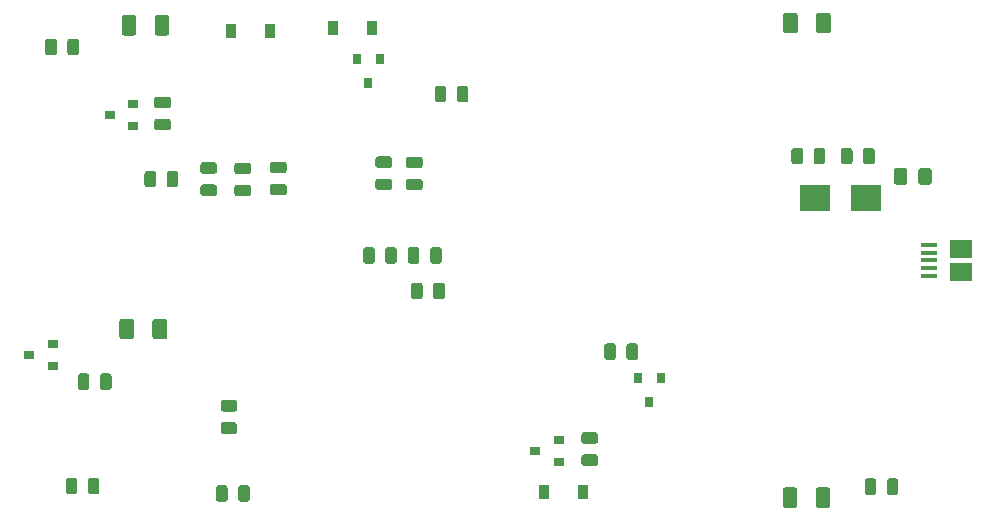
<source format=gbr>
G04 #@! TF.GenerationSoftware,KiCad,Pcbnew,5.1.5+dfsg1-2build2*
G04 #@! TF.CreationDate,2021-05-27T17:25:40+02:00*
G04 #@! TF.ProjectId,board,626f6172-642e-46b6-9963-61645f706362,rev?*
G04 #@! TF.SameCoordinates,Original*
G04 #@! TF.FileFunction,Paste,Bot*
G04 #@! TF.FilePolarity,Positive*
%FSLAX46Y46*%
G04 Gerber Fmt 4.6, Leading zero omitted, Abs format (unit mm)*
G04 Created by KiCad (PCBNEW 5.1.5+dfsg1-2build2) date 2021-05-27 17:25:40*
%MOMM*%
%LPD*%
G04 APERTURE LIST*
%ADD10R,0.900000X1.200000*%
%ADD11C,0.100000*%
%ADD12R,0.800000X0.900000*%
%ADD13R,0.900000X0.800000*%
%ADD14R,2.500000X2.300000*%
%ADD15R,1.900000X1.500000*%
%ADD16R,1.350000X0.400000*%
G04 APERTURE END LIST*
D10*
X106240000Y-107630000D03*
X109540000Y-107630000D03*
D11*
G36*
X124230142Y-112241174D02*
G01*
X124253803Y-112244684D01*
X124277007Y-112250496D01*
X124299529Y-112258554D01*
X124321153Y-112268782D01*
X124341670Y-112281079D01*
X124360883Y-112295329D01*
X124378607Y-112311393D01*
X124394671Y-112329117D01*
X124408921Y-112348330D01*
X124421218Y-112368847D01*
X124431446Y-112390471D01*
X124439504Y-112412993D01*
X124445316Y-112436197D01*
X124448826Y-112459858D01*
X124450000Y-112483750D01*
X124450000Y-113396250D01*
X124448826Y-113420142D01*
X124445316Y-113443803D01*
X124439504Y-113467007D01*
X124431446Y-113489529D01*
X124421218Y-113511153D01*
X124408921Y-113531670D01*
X124394671Y-113550883D01*
X124378607Y-113568607D01*
X124360883Y-113584671D01*
X124341670Y-113598921D01*
X124321153Y-113611218D01*
X124299529Y-113621446D01*
X124277007Y-113629504D01*
X124253803Y-113635316D01*
X124230142Y-113638826D01*
X124206250Y-113640000D01*
X123718750Y-113640000D01*
X123694858Y-113638826D01*
X123671197Y-113635316D01*
X123647993Y-113629504D01*
X123625471Y-113621446D01*
X123603847Y-113611218D01*
X123583330Y-113598921D01*
X123564117Y-113584671D01*
X123546393Y-113568607D01*
X123530329Y-113550883D01*
X123516079Y-113531670D01*
X123503782Y-113511153D01*
X123493554Y-113489529D01*
X123485496Y-113467007D01*
X123479684Y-113443803D01*
X123476174Y-113420142D01*
X123475000Y-113396250D01*
X123475000Y-112483750D01*
X123476174Y-112459858D01*
X123479684Y-112436197D01*
X123485496Y-112412993D01*
X123493554Y-112390471D01*
X123503782Y-112368847D01*
X123516079Y-112348330D01*
X123530329Y-112329117D01*
X123546393Y-112311393D01*
X123564117Y-112295329D01*
X123583330Y-112281079D01*
X123603847Y-112268782D01*
X123625471Y-112258554D01*
X123647993Y-112250496D01*
X123671197Y-112244684D01*
X123694858Y-112241174D01*
X123718750Y-112240000D01*
X124206250Y-112240000D01*
X124230142Y-112241174D01*
G37*
G36*
X126105142Y-112241174D02*
G01*
X126128803Y-112244684D01*
X126152007Y-112250496D01*
X126174529Y-112258554D01*
X126196153Y-112268782D01*
X126216670Y-112281079D01*
X126235883Y-112295329D01*
X126253607Y-112311393D01*
X126269671Y-112329117D01*
X126283921Y-112348330D01*
X126296218Y-112368847D01*
X126306446Y-112390471D01*
X126314504Y-112412993D01*
X126320316Y-112436197D01*
X126323826Y-112459858D01*
X126325000Y-112483750D01*
X126325000Y-113396250D01*
X126323826Y-113420142D01*
X126320316Y-113443803D01*
X126314504Y-113467007D01*
X126306446Y-113489529D01*
X126296218Y-113511153D01*
X126283921Y-113531670D01*
X126269671Y-113550883D01*
X126253607Y-113568607D01*
X126235883Y-113584671D01*
X126216670Y-113598921D01*
X126196153Y-113611218D01*
X126174529Y-113621446D01*
X126152007Y-113629504D01*
X126128803Y-113635316D01*
X126105142Y-113638826D01*
X126081250Y-113640000D01*
X125593750Y-113640000D01*
X125569858Y-113638826D01*
X125546197Y-113635316D01*
X125522993Y-113629504D01*
X125500471Y-113621446D01*
X125478847Y-113611218D01*
X125458330Y-113598921D01*
X125439117Y-113584671D01*
X125421393Y-113568607D01*
X125405329Y-113550883D01*
X125391079Y-113531670D01*
X125378782Y-113511153D01*
X125368554Y-113489529D01*
X125360496Y-113467007D01*
X125354684Y-113443803D01*
X125351174Y-113420142D01*
X125350000Y-113396250D01*
X125350000Y-112483750D01*
X125351174Y-112459858D01*
X125354684Y-112436197D01*
X125360496Y-112412993D01*
X125368554Y-112390471D01*
X125378782Y-112368847D01*
X125391079Y-112348330D01*
X125405329Y-112329117D01*
X125421393Y-112311393D01*
X125439117Y-112295329D01*
X125458330Y-112281079D01*
X125478847Y-112268782D01*
X125500471Y-112258554D01*
X125522993Y-112250496D01*
X125546197Y-112244684D01*
X125569858Y-112241174D01*
X125593750Y-112240000D01*
X126081250Y-112240000D01*
X126105142Y-112241174D01*
G37*
G36*
X156779504Y-106056204D02*
G01*
X156803773Y-106059804D01*
X156827571Y-106065765D01*
X156850671Y-106074030D01*
X156872849Y-106084520D01*
X156893893Y-106097133D01*
X156913598Y-106111747D01*
X156931777Y-106128223D01*
X156948253Y-106146402D01*
X156962867Y-106166107D01*
X156975480Y-106187151D01*
X156985970Y-106209329D01*
X156994235Y-106232429D01*
X157000196Y-106256227D01*
X157003796Y-106280496D01*
X157005000Y-106305000D01*
X157005000Y-107555000D01*
X157003796Y-107579504D01*
X157000196Y-107603773D01*
X156994235Y-107627571D01*
X156985970Y-107650671D01*
X156975480Y-107672849D01*
X156962867Y-107693893D01*
X156948253Y-107713598D01*
X156931777Y-107731777D01*
X156913598Y-107748253D01*
X156893893Y-107762867D01*
X156872849Y-107775480D01*
X156850671Y-107785970D01*
X156827571Y-107794235D01*
X156803773Y-107800196D01*
X156779504Y-107803796D01*
X156755000Y-107805000D01*
X156005000Y-107805000D01*
X155980496Y-107803796D01*
X155956227Y-107800196D01*
X155932429Y-107794235D01*
X155909329Y-107785970D01*
X155887151Y-107775480D01*
X155866107Y-107762867D01*
X155846402Y-107748253D01*
X155828223Y-107731777D01*
X155811747Y-107713598D01*
X155797133Y-107693893D01*
X155784520Y-107672849D01*
X155774030Y-107650671D01*
X155765765Y-107627571D01*
X155759804Y-107603773D01*
X155756204Y-107579504D01*
X155755000Y-107555000D01*
X155755000Y-106305000D01*
X155756204Y-106280496D01*
X155759804Y-106256227D01*
X155765765Y-106232429D01*
X155774030Y-106209329D01*
X155784520Y-106187151D01*
X155797133Y-106166107D01*
X155811747Y-106146402D01*
X155828223Y-106128223D01*
X155846402Y-106111747D01*
X155866107Y-106097133D01*
X155887151Y-106084520D01*
X155909329Y-106074030D01*
X155932429Y-106065765D01*
X155956227Y-106059804D01*
X155980496Y-106056204D01*
X156005000Y-106055000D01*
X156755000Y-106055000D01*
X156779504Y-106056204D01*
G37*
G36*
X153979504Y-106056204D02*
G01*
X154003773Y-106059804D01*
X154027571Y-106065765D01*
X154050671Y-106074030D01*
X154072849Y-106084520D01*
X154093893Y-106097133D01*
X154113598Y-106111747D01*
X154131777Y-106128223D01*
X154148253Y-106146402D01*
X154162867Y-106166107D01*
X154175480Y-106187151D01*
X154185970Y-106209329D01*
X154194235Y-106232429D01*
X154200196Y-106256227D01*
X154203796Y-106280496D01*
X154205000Y-106305000D01*
X154205000Y-107555000D01*
X154203796Y-107579504D01*
X154200196Y-107603773D01*
X154194235Y-107627571D01*
X154185970Y-107650671D01*
X154175480Y-107672849D01*
X154162867Y-107693893D01*
X154148253Y-107713598D01*
X154131777Y-107731777D01*
X154113598Y-107748253D01*
X154093893Y-107762867D01*
X154072849Y-107775480D01*
X154050671Y-107785970D01*
X154027571Y-107794235D01*
X154003773Y-107800196D01*
X153979504Y-107803796D01*
X153955000Y-107805000D01*
X153205000Y-107805000D01*
X153180496Y-107803796D01*
X153156227Y-107800196D01*
X153132429Y-107794235D01*
X153109329Y-107785970D01*
X153087151Y-107775480D01*
X153066107Y-107762867D01*
X153046402Y-107748253D01*
X153028223Y-107731777D01*
X153011747Y-107713598D01*
X152997133Y-107693893D01*
X152984520Y-107672849D01*
X152974030Y-107650671D01*
X152965765Y-107627571D01*
X152959804Y-107603773D01*
X152956204Y-107579504D01*
X152955000Y-107555000D01*
X152955000Y-106305000D01*
X152956204Y-106280496D01*
X152959804Y-106256227D01*
X152965765Y-106232429D01*
X152974030Y-106209329D01*
X152984520Y-106187151D01*
X152997133Y-106166107D01*
X153011747Y-106146402D01*
X153028223Y-106128223D01*
X153046402Y-106111747D01*
X153066107Y-106097133D01*
X153087151Y-106084520D01*
X153109329Y-106074030D01*
X153132429Y-106065765D01*
X153156227Y-106059804D01*
X153180496Y-106056204D01*
X153205000Y-106055000D01*
X153955000Y-106055000D01*
X153979504Y-106056204D01*
G37*
G36*
X156759504Y-146236204D02*
G01*
X156783773Y-146239804D01*
X156807571Y-146245765D01*
X156830671Y-146254030D01*
X156852849Y-146264520D01*
X156873893Y-146277133D01*
X156893598Y-146291747D01*
X156911777Y-146308223D01*
X156928253Y-146326402D01*
X156942867Y-146346107D01*
X156955480Y-146367151D01*
X156965970Y-146389329D01*
X156974235Y-146412429D01*
X156980196Y-146436227D01*
X156983796Y-146460496D01*
X156985000Y-146485000D01*
X156985000Y-147735000D01*
X156983796Y-147759504D01*
X156980196Y-147783773D01*
X156974235Y-147807571D01*
X156965970Y-147830671D01*
X156955480Y-147852849D01*
X156942867Y-147873893D01*
X156928253Y-147893598D01*
X156911777Y-147911777D01*
X156893598Y-147928253D01*
X156873893Y-147942867D01*
X156852849Y-147955480D01*
X156830671Y-147965970D01*
X156807571Y-147974235D01*
X156783773Y-147980196D01*
X156759504Y-147983796D01*
X156735000Y-147985000D01*
X155985000Y-147985000D01*
X155960496Y-147983796D01*
X155936227Y-147980196D01*
X155912429Y-147974235D01*
X155889329Y-147965970D01*
X155867151Y-147955480D01*
X155846107Y-147942867D01*
X155826402Y-147928253D01*
X155808223Y-147911777D01*
X155791747Y-147893598D01*
X155777133Y-147873893D01*
X155764520Y-147852849D01*
X155754030Y-147830671D01*
X155745765Y-147807571D01*
X155739804Y-147783773D01*
X155736204Y-147759504D01*
X155735000Y-147735000D01*
X155735000Y-146485000D01*
X155736204Y-146460496D01*
X155739804Y-146436227D01*
X155745765Y-146412429D01*
X155754030Y-146389329D01*
X155764520Y-146367151D01*
X155777133Y-146346107D01*
X155791747Y-146326402D01*
X155808223Y-146308223D01*
X155826402Y-146291747D01*
X155846107Y-146277133D01*
X155867151Y-146264520D01*
X155889329Y-146254030D01*
X155912429Y-146245765D01*
X155936227Y-146239804D01*
X155960496Y-146236204D01*
X155985000Y-146235000D01*
X156735000Y-146235000D01*
X156759504Y-146236204D01*
G37*
G36*
X153959504Y-146236204D02*
G01*
X153983773Y-146239804D01*
X154007571Y-146245765D01*
X154030671Y-146254030D01*
X154052849Y-146264520D01*
X154073893Y-146277133D01*
X154093598Y-146291747D01*
X154111777Y-146308223D01*
X154128253Y-146326402D01*
X154142867Y-146346107D01*
X154155480Y-146367151D01*
X154165970Y-146389329D01*
X154174235Y-146412429D01*
X154180196Y-146436227D01*
X154183796Y-146460496D01*
X154185000Y-146485000D01*
X154185000Y-147735000D01*
X154183796Y-147759504D01*
X154180196Y-147783773D01*
X154174235Y-147807571D01*
X154165970Y-147830671D01*
X154155480Y-147852849D01*
X154142867Y-147873893D01*
X154128253Y-147893598D01*
X154111777Y-147911777D01*
X154093598Y-147928253D01*
X154073893Y-147942867D01*
X154052849Y-147955480D01*
X154030671Y-147965970D01*
X154007571Y-147974235D01*
X153983773Y-147980196D01*
X153959504Y-147983796D01*
X153935000Y-147985000D01*
X153185000Y-147985000D01*
X153160496Y-147983796D01*
X153136227Y-147980196D01*
X153112429Y-147974235D01*
X153089329Y-147965970D01*
X153067151Y-147955480D01*
X153046107Y-147942867D01*
X153026402Y-147928253D01*
X153008223Y-147911777D01*
X152991747Y-147893598D01*
X152977133Y-147873893D01*
X152964520Y-147852849D01*
X152954030Y-147830671D01*
X152945765Y-147807571D01*
X152939804Y-147783773D01*
X152936204Y-147759504D01*
X152935000Y-147735000D01*
X152935000Y-146485000D01*
X152936204Y-146460496D01*
X152939804Y-146436227D01*
X152945765Y-146412429D01*
X152954030Y-146389329D01*
X152964520Y-146367151D01*
X152977133Y-146346107D01*
X152991747Y-146326402D01*
X153008223Y-146308223D01*
X153026402Y-146291747D01*
X153046107Y-146277133D01*
X153067151Y-146264520D01*
X153089329Y-146254030D01*
X153112429Y-146245765D01*
X153136227Y-146239804D01*
X153160496Y-146236204D01*
X153185000Y-146235000D01*
X153935000Y-146235000D01*
X153959504Y-146236204D01*
G37*
G36*
X100789504Y-106236204D02*
G01*
X100813773Y-106239804D01*
X100837571Y-106245765D01*
X100860671Y-106254030D01*
X100882849Y-106264520D01*
X100903893Y-106277133D01*
X100923598Y-106291747D01*
X100941777Y-106308223D01*
X100958253Y-106326402D01*
X100972867Y-106346107D01*
X100985480Y-106367151D01*
X100995970Y-106389329D01*
X101004235Y-106412429D01*
X101010196Y-106436227D01*
X101013796Y-106460496D01*
X101015000Y-106485000D01*
X101015000Y-107735000D01*
X101013796Y-107759504D01*
X101010196Y-107783773D01*
X101004235Y-107807571D01*
X100995970Y-107830671D01*
X100985480Y-107852849D01*
X100972867Y-107873893D01*
X100958253Y-107893598D01*
X100941777Y-107911777D01*
X100923598Y-107928253D01*
X100903893Y-107942867D01*
X100882849Y-107955480D01*
X100860671Y-107965970D01*
X100837571Y-107974235D01*
X100813773Y-107980196D01*
X100789504Y-107983796D01*
X100765000Y-107985000D01*
X100015000Y-107985000D01*
X99990496Y-107983796D01*
X99966227Y-107980196D01*
X99942429Y-107974235D01*
X99919329Y-107965970D01*
X99897151Y-107955480D01*
X99876107Y-107942867D01*
X99856402Y-107928253D01*
X99838223Y-107911777D01*
X99821747Y-107893598D01*
X99807133Y-107873893D01*
X99794520Y-107852849D01*
X99784030Y-107830671D01*
X99775765Y-107807571D01*
X99769804Y-107783773D01*
X99766204Y-107759504D01*
X99765000Y-107735000D01*
X99765000Y-106485000D01*
X99766204Y-106460496D01*
X99769804Y-106436227D01*
X99775765Y-106412429D01*
X99784030Y-106389329D01*
X99794520Y-106367151D01*
X99807133Y-106346107D01*
X99821747Y-106326402D01*
X99838223Y-106308223D01*
X99856402Y-106291747D01*
X99876107Y-106277133D01*
X99897151Y-106264520D01*
X99919329Y-106254030D01*
X99942429Y-106245765D01*
X99966227Y-106239804D01*
X99990496Y-106236204D01*
X100015000Y-106235000D01*
X100765000Y-106235000D01*
X100789504Y-106236204D01*
G37*
G36*
X97989504Y-106236204D02*
G01*
X98013773Y-106239804D01*
X98037571Y-106245765D01*
X98060671Y-106254030D01*
X98082849Y-106264520D01*
X98103893Y-106277133D01*
X98123598Y-106291747D01*
X98141777Y-106308223D01*
X98158253Y-106326402D01*
X98172867Y-106346107D01*
X98185480Y-106367151D01*
X98195970Y-106389329D01*
X98204235Y-106412429D01*
X98210196Y-106436227D01*
X98213796Y-106460496D01*
X98215000Y-106485000D01*
X98215000Y-107735000D01*
X98213796Y-107759504D01*
X98210196Y-107783773D01*
X98204235Y-107807571D01*
X98195970Y-107830671D01*
X98185480Y-107852849D01*
X98172867Y-107873893D01*
X98158253Y-107893598D01*
X98141777Y-107911777D01*
X98123598Y-107928253D01*
X98103893Y-107942867D01*
X98082849Y-107955480D01*
X98060671Y-107965970D01*
X98037571Y-107974235D01*
X98013773Y-107980196D01*
X97989504Y-107983796D01*
X97965000Y-107985000D01*
X97215000Y-107985000D01*
X97190496Y-107983796D01*
X97166227Y-107980196D01*
X97142429Y-107974235D01*
X97119329Y-107965970D01*
X97097151Y-107955480D01*
X97076107Y-107942867D01*
X97056402Y-107928253D01*
X97038223Y-107911777D01*
X97021747Y-107893598D01*
X97007133Y-107873893D01*
X96994520Y-107852849D01*
X96984030Y-107830671D01*
X96975765Y-107807571D01*
X96969804Y-107783773D01*
X96966204Y-107759504D01*
X96965000Y-107735000D01*
X96965000Y-106485000D01*
X96966204Y-106460496D01*
X96969804Y-106436227D01*
X96975765Y-106412429D01*
X96984030Y-106389329D01*
X96994520Y-106367151D01*
X97007133Y-106346107D01*
X97021747Y-106326402D01*
X97038223Y-106308223D01*
X97056402Y-106291747D01*
X97076107Y-106277133D01*
X97097151Y-106264520D01*
X97119329Y-106254030D01*
X97142429Y-106245765D01*
X97166227Y-106239804D01*
X97190496Y-106236204D01*
X97215000Y-106235000D01*
X97965000Y-106235000D01*
X97989504Y-106236204D01*
G37*
G36*
X100605504Y-131968204D02*
G01*
X100629773Y-131971804D01*
X100653571Y-131977765D01*
X100676671Y-131986030D01*
X100698849Y-131996520D01*
X100719893Y-132009133D01*
X100739598Y-132023747D01*
X100757777Y-132040223D01*
X100774253Y-132058402D01*
X100788867Y-132078107D01*
X100801480Y-132099151D01*
X100811970Y-132121329D01*
X100820235Y-132144429D01*
X100826196Y-132168227D01*
X100829796Y-132192496D01*
X100831000Y-132217000D01*
X100831000Y-133467000D01*
X100829796Y-133491504D01*
X100826196Y-133515773D01*
X100820235Y-133539571D01*
X100811970Y-133562671D01*
X100801480Y-133584849D01*
X100788867Y-133605893D01*
X100774253Y-133625598D01*
X100757777Y-133643777D01*
X100739598Y-133660253D01*
X100719893Y-133674867D01*
X100698849Y-133687480D01*
X100676671Y-133697970D01*
X100653571Y-133706235D01*
X100629773Y-133712196D01*
X100605504Y-133715796D01*
X100581000Y-133717000D01*
X99831000Y-133717000D01*
X99806496Y-133715796D01*
X99782227Y-133712196D01*
X99758429Y-133706235D01*
X99735329Y-133697970D01*
X99713151Y-133687480D01*
X99692107Y-133674867D01*
X99672402Y-133660253D01*
X99654223Y-133643777D01*
X99637747Y-133625598D01*
X99623133Y-133605893D01*
X99610520Y-133584849D01*
X99600030Y-133562671D01*
X99591765Y-133539571D01*
X99585804Y-133515773D01*
X99582204Y-133491504D01*
X99581000Y-133467000D01*
X99581000Y-132217000D01*
X99582204Y-132192496D01*
X99585804Y-132168227D01*
X99591765Y-132144429D01*
X99600030Y-132121329D01*
X99610520Y-132099151D01*
X99623133Y-132078107D01*
X99637747Y-132058402D01*
X99654223Y-132040223D01*
X99672402Y-132023747D01*
X99692107Y-132009133D01*
X99713151Y-131996520D01*
X99735329Y-131986030D01*
X99758429Y-131977765D01*
X99782227Y-131971804D01*
X99806496Y-131968204D01*
X99831000Y-131967000D01*
X100581000Y-131967000D01*
X100605504Y-131968204D01*
G37*
G36*
X97805504Y-131968204D02*
G01*
X97829773Y-131971804D01*
X97853571Y-131977765D01*
X97876671Y-131986030D01*
X97898849Y-131996520D01*
X97919893Y-132009133D01*
X97939598Y-132023747D01*
X97957777Y-132040223D01*
X97974253Y-132058402D01*
X97988867Y-132078107D01*
X98001480Y-132099151D01*
X98011970Y-132121329D01*
X98020235Y-132144429D01*
X98026196Y-132168227D01*
X98029796Y-132192496D01*
X98031000Y-132217000D01*
X98031000Y-133467000D01*
X98029796Y-133491504D01*
X98026196Y-133515773D01*
X98020235Y-133539571D01*
X98011970Y-133562671D01*
X98001480Y-133584849D01*
X97988867Y-133605893D01*
X97974253Y-133625598D01*
X97957777Y-133643777D01*
X97939598Y-133660253D01*
X97919893Y-133674867D01*
X97898849Y-133687480D01*
X97876671Y-133697970D01*
X97853571Y-133706235D01*
X97829773Y-133712196D01*
X97805504Y-133715796D01*
X97781000Y-133717000D01*
X97031000Y-133717000D01*
X97006496Y-133715796D01*
X96982227Y-133712196D01*
X96958429Y-133706235D01*
X96935329Y-133697970D01*
X96913151Y-133687480D01*
X96892107Y-133674867D01*
X96872402Y-133660253D01*
X96854223Y-133643777D01*
X96837747Y-133625598D01*
X96823133Y-133605893D01*
X96810520Y-133584849D01*
X96800030Y-133562671D01*
X96791765Y-133539571D01*
X96785804Y-133515773D01*
X96782204Y-133491504D01*
X96781000Y-133467000D01*
X96781000Y-132217000D01*
X96782204Y-132192496D01*
X96785804Y-132168227D01*
X96791765Y-132144429D01*
X96800030Y-132121329D01*
X96810520Y-132099151D01*
X96823133Y-132078107D01*
X96837747Y-132058402D01*
X96854223Y-132040223D01*
X96872402Y-132023747D01*
X96892107Y-132009133D01*
X96913151Y-131996520D01*
X96935329Y-131986030D01*
X96958429Y-131977765D01*
X96982227Y-131971804D01*
X97006496Y-131968204D01*
X97031000Y-131967000D01*
X97781000Y-131967000D01*
X97805504Y-131968204D01*
G37*
D12*
X141660000Y-138980000D03*
X142610000Y-136980000D03*
X140710000Y-136980000D03*
D13*
X89130000Y-135050000D03*
X91130000Y-136000000D03*
X91130000Y-134100000D03*
D12*
X117870000Y-112000000D03*
X118820000Y-110000000D03*
X116920000Y-110000000D03*
D13*
X95960000Y-114710000D03*
X97960000Y-115660000D03*
X97960000Y-113760000D03*
X132010000Y-143140000D03*
X134010000Y-144090000D03*
X134010000Y-142190000D03*
D11*
G36*
X160640142Y-145471174D02*
G01*
X160663803Y-145474684D01*
X160687007Y-145480496D01*
X160709529Y-145488554D01*
X160731153Y-145498782D01*
X160751670Y-145511079D01*
X160770883Y-145525329D01*
X160788607Y-145541393D01*
X160804671Y-145559117D01*
X160818921Y-145578330D01*
X160831218Y-145598847D01*
X160841446Y-145620471D01*
X160849504Y-145642993D01*
X160855316Y-145666197D01*
X160858826Y-145689858D01*
X160860000Y-145713750D01*
X160860000Y-146626250D01*
X160858826Y-146650142D01*
X160855316Y-146673803D01*
X160849504Y-146697007D01*
X160841446Y-146719529D01*
X160831218Y-146741153D01*
X160818921Y-146761670D01*
X160804671Y-146780883D01*
X160788607Y-146798607D01*
X160770883Y-146814671D01*
X160751670Y-146828921D01*
X160731153Y-146841218D01*
X160709529Y-146851446D01*
X160687007Y-146859504D01*
X160663803Y-146865316D01*
X160640142Y-146868826D01*
X160616250Y-146870000D01*
X160128750Y-146870000D01*
X160104858Y-146868826D01*
X160081197Y-146865316D01*
X160057993Y-146859504D01*
X160035471Y-146851446D01*
X160013847Y-146841218D01*
X159993330Y-146828921D01*
X159974117Y-146814671D01*
X159956393Y-146798607D01*
X159940329Y-146780883D01*
X159926079Y-146761670D01*
X159913782Y-146741153D01*
X159903554Y-146719529D01*
X159895496Y-146697007D01*
X159889684Y-146673803D01*
X159886174Y-146650142D01*
X159885000Y-146626250D01*
X159885000Y-145713750D01*
X159886174Y-145689858D01*
X159889684Y-145666197D01*
X159895496Y-145642993D01*
X159903554Y-145620471D01*
X159913782Y-145598847D01*
X159926079Y-145578330D01*
X159940329Y-145559117D01*
X159956393Y-145541393D01*
X159974117Y-145525329D01*
X159993330Y-145511079D01*
X160013847Y-145498782D01*
X160035471Y-145488554D01*
X160057993Y-145480496D01*
X160081197Y-145474684D01*
X160104858Y-145471174D01*
X160128750Y-145470000D01*
X160616250Y-145470000D01*
X160640142Y-145471174D01*
G37*
G36*
X162515142Y-145471174D02*
G01*
X162538803Y-145474684D01*
X162562007Y-145480496D01*
X162584529Y-145488554D01*
X162606153Y-145498782D01*
X162626670Y-145511079D01*
X162645883Y-145525329D01*
X162663607Y-145541393D01*
X162679671Y-145559117D01*
X162693921Y-145578330D01*
X162706218Y-145598847D01*
X162716446Y-145620471D01*
X162724504Y-145642993D01*
X162730316Y-145666197D01*
X162733826Y-145689858D01*
X162735000Y-145713750D01*
X162735000Y-146626250D01*
X162733826Y-146650142D01*
X162730316Y-146673803D01*
X162724504Y-146697007D01*
X162716446Y-146719529D01*
X162706218Y-146741153D01*
X162693921Y-146761670D01*
X162679671Y-146780883D01*
X162663607Y-146798607D01*
X162645883Y-146814671D01*
X162626670Y-146828921D01*
X162606153Y-146841218D01*
X162584529Y-146851446D01*
X162562007Y-146859504D01*
X162538803Y-146865316D01*
X162515142Y-146868826D01*
X162491250Y-146870000D01*
X162003750Y-146870000D01*
X161979858Y-146868826D01*
X161956197Y-146865316D01*
X161932993Y-146859504D01*
X161910471Y-146851446D01*
X161888847Y-146841218D01*
X161868330Y-146828921D01*
X161849117Y-146814671D01*
X161831393Y-146798607D01*
X161815329Y-146780883D01*
X161801079Y-146761670D01*
X161788782Y-146741153D01*
X161778554Y-146719529D01*
X161770496Y-146697007D01*
X161764684Y-146673803D01*
X161761174Y-146650142D01*
X161760000Y-146626250D01*
X161760000Y-145713750D01*
X161761174Y-145689858D01*
X161764684Y-145666197D01*
X161770496Y-145642993D01*
X161778554Y-145620471D01*
X161788782Y-145598847D01*
X161801079Y-145578330D01*
X161815329Y-145559117D01*
X161831393Y-145541393D01*
X161849117Y-145525329D01*
X161868330Y-145511079D01*
X161888847Y-145498782D01*
X161910471Y-145488554D01*
X161932993Y-145480496D01*
X161956197Y-145474684D01*
X161979858Y-145471174D01*
X162003750Y-145470000D01*
X162491250Y-145470000D01*
X162515142Y-145471174D01*
G37*
G36*
X92990142Y-145421174D02*
G01*
X93013803Y-145424684D01*
X93037007Y-145430496D01*
X93059529Y-145438554D01*
X93081153Y-145448782D01*
X93101670Y-145461079D01*
X93120883Y-145475329D01*
X93138607Y-145491393D01*
X93154671Y-145509117D01*
X93168921Y-145528330D01*
X93181218Y-145548847D01*
X93191446Y-145570471D01*
X93199504Y-145592993D01*
X93205316Y-145616197D01*
X93208826Y-145639858D01*
X93210000Y-145663750D01*
X93210000Y-146576250D01*
X93208826Y-146600142D01*
X93205316Y-146623803D01*
X93199504Y-146647007D01*
X93191446Y-146669529D01*
X93181218Y-146691153D01*
X93168921Y-146711670D01*
X93154671Y-146730883D01*
X93138607Y-146748607D01*
X93120883Y-146764671D01*
X93101670Y-146778921D01*
X93081153Y-146791218D01*
X93059529Y-146801446D01*
X93037007Y-146809504D01*
X93013803Y-146815316D01*
X92990142Y-146818826D01*
X92966250Y-146820000D01*
X92478750Y-146820000D01*
X92454858Y-146818826D01*
X92431197Y-146815316D01*
X92407993Y-146809504D01*
X92385471Y-146801446D01*
X92363847Y-146791218D01*
X92343330Y-146778921D01*
X92324117Y-146764671D01*
X92306393Y-146748607D01*
X92290329Y-146730883D01*
X92276079Y-146711670D01*
X92263782Y-146691153D01*
X92253554Y-146669529D01*
X92245496Y-146647007D01*
X92239684Y-146623803D01*
X92236174Y-146600142D01*
X92235000Y-146576250D01*
X92235000Y-145663750D01*
X92236174Y-145639858D01*
X92239684Y-145616197D01*
X92245496Y-145592993D01*
X92253554Y-145570471D01*
X92263782Y-145548847D01*
X92276079Y-145528330D01*
X92290329Y-145509117D01*
X92306393Y-145491393D01*
X92324117Y-145475329D01*
X92343330Y-145461079D01*
X92363847Y-145448782D01*
X92385471Y-145438554D01*
X92407993Y-145430496D01*
X92431197Y-145424684D01*
X92454858Y-145421174D01*
X92478750Y-145420000D01*
X92966250Y-145420000D01*
X92990142Y-145421174D01*
G37*
G36*
X94865142Y-145421174D02*
G01*
X94888803Y-145424684D01*
X94912007Y-145430496D01*
X94934529Y-145438554D01*
X94956153Y-145448782D01*
X94976670Y-145461079D01*
X94995883Y-145475329D01*
X95013607Y-145491393D01*
X95029671Y-145509117D01*
X95043921Y-145528330D01*
X95056218Y-145548847D01*
X95066446Y-145570471D01*
X95074504Y-145592993D01*
X95080316Y-145616197D01*
X95083826Y-145639858D01*
X95085000Y-145663750D01*
X95085000Y-146576250D01*
X95083826Y-146600142D01*
X95080316Y-146623803D01*
X95074504Y-146647007D01*
X95066446Y-146669529D01*
X95056218Y-146691153D01*
X95043921Y-146711670D01*
X95029671Y-146730883D01*
X95013607Y-146748607D01*
X94995883Y-146764671D01*
X94976670Y-146778921D01*
X94956153Y-146791218D01*
X94934529Y-146801446D01*
X94912007Y-146809504D01*
X94888803Y-146815316D01*
X94865142Y-146818826D01*
X94841250Y-146820000D01*
X94353750Y-146820000D01*
X94329858Y-146818826D01*
X94306197Y-146815316D01*
X94282993Y-146809504D01*
X94260471Y-146801446D01*
X94238847Y-146791218D01*
X94218330Y-146778921D01*
X94199117Y-146764671D01*
X94181393Y-146748607D01*
X94165329Y-146730883D01*
X94151079Y-146711670D01*
X94138782Y-146691153D01*
X94128554Y-146669529D01*
X94120496Y-146647007D01*
X94114684Y-146623803D01*
X94111174Y-146600142D01*
X94110000Y-146576250D01*
X94110000Y-145663750D01*
X94111174Y-145639858D01*
X94114684Y-145616197D01*
X94120496Y-145592993D01*
X94128554Y-145570471D01*
X94138782Y-145548847D01*
X94151079Y-145528330D01*
X94165329Y-145509117D01*
X94181393Y-145491393D01*
X94199117Y-145475329D01*
X94218330Y-145461079D01*
X94238847Y-145448782D01*
X94260471Y-145438554D01*
X94282993Y-145430496D01*
X94306197Y-145424684D01*
X94329858Y-145421174D01*
X94353750Y-145420000D01*
X94841250Y-145420000D01*
X94865142Y-145421174D01*
G37*
G36*
X93135142Y-108251174D02*
G01*
X93158803Y-108254684D01*
X93182007Y-108260496D01*
X93204529Y-108268554D01*
X93226153Y-108278782D01*
X93246670Y-108291079D01*
X93265883Y-108305329D01*
X93283607Y-108321393D01*
X93299671Y-108339117D01*
X93313921Y-108358330D01*
X93326218Y-108378847D01*
X93336446Y-108400471D01*
X93344504Y-108422993D01*
X93350316Y-108446197D01*
X93353826Y-108469858D01*
X93355000Y-108493750D01*
X93355000Y-109406250D01*
X93353826Y-109430142D01*
X93350316Y-109453803D01*
X93344504Y-109477007D01*
X93336446Y-109499529D01*
X93326218Y-109521153D01*
X93313921Y-109541670D01*
X93299671Y-109560883D01*
X93283607Y-109578607D01*
X93265883Y-109594671D01*
X93246670Y-109608921D01*
X93226153Y-109621218D01*
X93204529Y-109631446D01*
X93182007Y-109639504D01*
X93158803Y-109645316D01*
X93135142Y-109648826D01*
X93111250Y-109650000D01*
X92623750Y-109650000D01*
X92599858Y-109648826D01*
X92576197Y-109645316D01*
X92552993Y-109639504D01*
X92530471Y-109631446D01*
X92508847Y-109621218D01*
X92488330Y-109608921D01*
X92469117Y-109594671D01*
X92451393Y-109578607D01*
X92435329Y-109560883D01*
X92421079Y-109541670D01*
X92408782Y-109521153D01*
X92398554Y-109499529D01*
X92390496Y-109477007D01*
X92384684Y-109453803D01*
X92381174Y-109430142D01*
X92380000Y-109406250D01*
X92380000Y-108493750D01*
X92381174Y-108469858D01*
X92384684Y-108446197D01*
X92390496Y-108422993D01*
X92398554Y-108400471D01*
X92408782Y-108378847D01*
X92421079Y-108358330D01*
X92435329Y-108339117D01*
X92451393Y-108321393D01*
X92469117Y-108305329D01*
X92488330Y-108291079D01*
X92508847Y-108278782D01*
X92530471Y-108268554D01*
X92552993Y-108260496D01*
X92576197Y-108254684D01*
X92599858Y-108251174D01*
X92623750Y-108250000D01*
X93111250Y-108250000D01*
X93135142Y-108251174D01*
G37*
G36*
X91260142Y-108251174D02*
G01*
X91283803Y-108254684D01*
X91307007Y-108260496D01*
X91329529Y-108268554D01*
X91351153Y-108278782D01*
X91371670Y-108291079D01*
X91390883Y-108305329D01*
X91408607Y-108321393D01*
X91424671Y-108339117D01*
X91438921Y-108358330D01*
X91451218Y-108378847D01*
X91461446Y-108400471D01*
X91469504Y-108422993D01*
X91475316Y-108446197D01*
X91478826Y-108469858D01*
X91480000Y-108493750D01*
X91480000Y-109406250D01*
X91478826Y-109430142D01*
X91475316Y-109453803D01*
X91469504Y-109477007D01*
X91461446Y-109499529D01*
X91451218Y-109521153D01*
X91438921Y-109541670D01*
X91424671Y-109560883D01*
X91408607Y-109578607D01*
X91390883Y-109594671D01*
X91371670Y-109608921D01*
X91351153Y-109621218D01*
X91329529Y-109631446D01*
X91307007Y-109639504D01*
X91283803Y-109645316D01*
X91260142Y-109648826D01*
X91236250Y-109650000D01*
X90748750Y-109650000D01*
X90724858Y-109648826D01*
X90701197Y-109645316D01*
X90677993Y-109639504D01*
X90655471Y-109631446D01*
X90633847Y-109621218D01*
X90613330Y-109608921D01*
X90594117Y-109594671D01*
X90576393Y-109578607D01*
X90560329Y-109560883D01*
X90546079Y-109541670D01*
X90533782Y-109521153D01*
X90523554Y-109499529D01*
X90515496Y-109477007D01*
X90509684Y-109453803D01*
X90506174Y-109430142D01*
X90505000Y-109406250D01*
X90505000Y-108493750D01*
X90506174Y-108469858D01*
X90509684Y-108446197D01*
X90515496Y-108422993D01*
X90523554Y-108400471D01*
X90533782Y-108378847D01*
X90546079Y-108358330D01*
X90560329Y-108339117D01*
X90576393Y-108321393D01*
X90594117Y-108305329D01*
X90613330Y-108291079D01*
X90633847Y-108278782D01*
X90655471Y-108268554D01*
X90677993Y-108260496D01*
X90701197Y-108254684D01*
X90724858Y-108251174D01*
X90748750Y-108250000D01*
X91236250Y-108250000D01*
X91260142Y-108251174D01*
G37*
G36*
X110720142Y-118668674D02*
G01*
X110743803Y-118672184D01*
X110767007Y-118677996D01*
X110789529Y-118686054D01*
X110811153Y-118696282D01*
X110831670Y-118708579D01*
X110850883Y-118722829D01*
X110868607Y-118738893D01*
X110884671Y-118756617D01*
X110898921Y-118775830D01*
X110911218Y-118796347D01*
X110921446Y-118817971D01*
X110929504Y-118840493D01*
X110935316Y-118863697D01*
X110938826Y-118887358D01*
X110940000Y-118911250D01*
X110940000Y-119398750D01*
X110938826Y-119422642D01*
X110935316Y-119446303D01*
X110929504Y-119469507D01*
X110921446Y-119492029D01*
X110911218Y-119513653D01*
X110898921Y-119534170D01*
X110884671Y-119553383D01*
X110868607Y-119571107D01*
X110850883Y-119587171D01*
X110831670Y-119601421D01*
X110811153Y-119613718D01*
X110789529Y-119623946D01*
X110767007Y-119632004D01*
X110743803Y-119637816D01*
X110720142Y-119641326D01*
X110696250Y-119642500D01*
X109783750Y-119642500D01*
X109759858Y-119641326D01*
X109736197Y-119637816D01*
X109712993Y-119632004D01*
X109690471Y-119623946D01*
X109668847Y-119613718D01*
X109648330Y-119601421D01*
X109629117Y-119587171D01*
X109611393Y-119571107D01*
X109595329Y-119553383D01*
X109581079Y-119534170D01*
X109568782Y-119513653D01*
X109558554Y-119492029D01*
X109550496Y-119469507D01*
X109544684Y-119446303D01*
X109541174Y-119422642D01*
X109540000Y-119398750D01*
X109540000Y-118911250D01*
X109541174Y-118887358D01*
X109544684Y-118863697D01*
X109550496Y-118840493D01*
X109558554Y-118817971D01*
X109568782Y-118796347D01*
X109581079Y-118775830D01*
X109595329Y-118756617D01*
X109611393Y-118738893D01*
X109629117Y-118722829D01*
X109648330Y-118708579D01*
X109668847Y-118696282D01*
X109690471Y-118686054D01*
X109712993Y-118677996D01*
X109736197Y-118672184D01*
X109759858Y-118668674D01*
X109783750Y-118667500D01*
X110696250Y-118667500D01*
X110720142Y-118668674D01*
G37*
G36*
X110720142Y-120543674D02*
G01*
X110743803Y-120547184D01*
X110767007Y-120552996D01*
X110789529Y-120561054D01*
X110811153Y-120571282D01*
X110831670Y-120583579D01*
X110850883Y-120597829D01*
X110868607Y-120613893D01*
X110884671Y-120631617D01*
X110898921Y-120650830D01*
X110911218Y-120671347D01*
X110921446Y-120692971D01*
X110929504Y-120715493D01*
X110935316Y-120738697D01*
X110938826Y-120762358D01*
X110940000Y-120786250D01*
X110940000Y-121273750D01*
X110938826Y-121297642D01*
X110935316Y-121321303D01*
X110929504Y-121344507D01*
X110921446Y-121367029D01*
X110911218Y-121388653D01*
X110898921Y-121409170D01*
X110884671Y-121428383D01*
X110868607Y-121446107D01*
X110850883Y-121462171D01*
X110831670Y-121476421D01*
X110811153Y-121488718D01*
X110789529Y-121498946D01*
X110767007Y-121507004D01*
X110743803Y-121512816D01*
X110720142Y-121516326D01*
X110696250Y-121517500D01*
X109783750Y-121517500D01*
X109759858Y-121516326D01*
X109736197Y-121512816D01*
X109712993Y-121507004D01*
X109690471Y-121498946D01*
X109668847Y-121488718D01*
X109648330Y-121476421D01*
X109629117Y-121462171D01*
X109611393Y-121446107D01*
X109595329Y-121428383D01*
X109581079Y-121409170D01*
X109568782Y-121388653D01*
X109558554Y-121367029D01*
X109550496Y-121344507D01*
X109544684Y-121321303D01*
X109541174Y-121297642D01*
X109540000Y-121273750D01*
X109540000Y-120786250D01*
X109541174Y-120762358D01*
X109544684Y-120738697D01*
X109550496Y-120715493D01*
X109558554Y-120692971D01*
X109568782Y-120671347D01*
X109581079Y-120650830D01*
X109595329Y-120631617D01*
X109611393Y-120613893D01*
X109629117Y-120597829D01*
X109648330Y-120583579D01*
X109668847Y-120571282D01*
X109690471Y-120561054D01*
X109712993Y-120552996D01*
X109736197Y-120547184D01*
X109759858Y-120543674D01*
X109783750Y-120542500D01*
X110696250Y-120542500D01*
X110720142Y-120543674D01*
G37*
G36*
X100910142Y-113156174D02*
G01*
X100933803Y-113159684D01*
X100957007Y-113165496D01*
X100979529Y-113173554D01*
X101001153Y-113183782D01*
X101021670Y-113196079D01*
X101040883Y-113210329D01*
X101058607Y-113226393D01*
X101074671Y-113244117D01*
X101088921Y-113263330D01*
X101101218Y-113283847D01*
X101111446Y-113305471D01*
X101119504Y-113327993D01*
X101125316Y-113351197D01*
X101128826Y-113374858D01*
X101130000Y-113398750D01*
X101130000Y-113886250D01*
X101128826Y-113910142D01*
X101125316Y-113933803D01*
X101119504Y-113957007D01*
X101111446Y-113979529D01*
X101101218Y-114001153D01*
X101088921Y-114021670D01*
X101074671Y-114040883D01*
X101058607Y-114058607D01*
X101040883Y-114074671D01*
X101021670Y-114088921D01*
X101001153Y-114101218D01*
X100979529Y-114111446D01*
X100957007Y-114119504D01*
X100933803Y-114125316D01*
X100910142Y-114128826D01*
X100886250Y-114130000D01*
X99973750Y-114130000D01*
X99949858Y-114128826D01*
X99926197Y-114125316D01*
X99902993Y-114119504D01*
X99880471Y-114111446D01*
X99858847Y-114101218D01*
X99838330Y-114088921D01*
X99819117Y-114074671D01*
X99801393Y-114058607D01*
X99785329Y-114040883D01*
X99771079Y-114021670D01*
X99758782Y-114001153D01*
X99748554Y-113979529D01*
X99740496Y-113957007D01*
X99734684Y-113933803D01*
X99731174Y-113910142D01*
X99730000Y-113886250D01*
X99730000Y-113398750D01*
X99731174Y-113374858D01*
X99734684Y-113351197D01*
X99740496Y-113327993D01*
X99748554Y-113305471D01*
X99758782Y-113283847D01*
X99771079Y-113263330D01*
X99785329Y-113244117D01*
X99801393Y-113226393D01*
X99819117Y-113210329D01*
X99838330Y-113196079D01*
X99858847Y-113183782D01*
X99880471Y-113173554D01*
X99902993Y-113165496D01*
X99926197Y-113159684D01*
X99949858Y-113156174D01*
X99973750Y-113155000D01*
X100886250Y-113155000D01*
X100910142Y-113156174D01*
G37*
G36*
X100910142Y-115031174D02*
G01*
X100933803Y-115034684D01*
X100957007Y-115040496D01*
X100979529Y-115048554D01*
X101001153Y-115058782D01*
X101021670Y-115071079D01*
X101040883Y-115085329D01*
X101058607Y-115101393D01*
X101074671Y-115119117D01*
X101088921Y-115138330D01*
X101101218Y-115158847D01*
X101111446Y-115180471D01*
X101119504Y-115202993D01*
X101125316Y-115226197D01*
X101128826Y-115249858D01*
X101130000Y-115273750D01*
X101130000Y-115761250D01*
X101128826Y-115785142D01*
X101125316Y-115808803D01*
X101119504Y-115832007D01*
X101111446Y-115854529D01*
X101101218Y-115876153D01*
X101088921Y-115896670D01*
X101074671Y-115915883D01*
X101058607Y-115933607D01*
X101040883Y-115949671D01*
X101021670Y-115963921D01*
X101001153Y-115976218D01*
X100979529Y-115986446D01*
X100957007Y-115994504D01*
X100933803Y-116000316D01*
X100910142Y-116003826D01*
X100886250Y-116005000D01*
X99973750Y-116005000D01*
X99949858Y-116003826D01*
X99926197Y-116000316D01*
X99902993Y-115994504D01*
X99880471Y-115986446D01*
X99858847Y-115976218D01*
X99838330Y-115963921D01*
X99819117Y-115949671D01*
X99801393Y-115933607D01*
X99785329Y-115915883D01*
X99771079Y-115896670D01*
X99758782Y-115876153D01*
X99748554Y-115854529D01*
X99740496Y-115832007D01*
X99734684Y-115808803D01*
X99731174Y-115785142D01*
X99730000Y-115761250D01*
X99730000Y-115273750D01*
X99731174Y-115249858D01*
X99734684Y-115226197D01*
X99740496Y-115202993D01*
X99748554Y-115180471D01*
X99758782Y-115158847D01*
X99771079Y-115138330D01*
X99785329Y-115119117D01*
X99801393Y-115101393D01*
X99819117Y-115085329D01*
X99838330Y-115071079D01*
X99858847Y-115058782D01*
X99880471Y-115048554D01*
X99902993Y-115040496D01*
X99926197Y-115034684D01*
X99949858Y-115031174D01*
X99973750Y-115030000D01*
X100886250Y-115030000D01*
X100910142Y-115031174D01*
G37*
G36*
X137080142Y-143451174D02*
G01*
X137103803Y-143454684D01*
X137127007Y-143460496D01*
X137149529Y-143468554D01*
X137171153Y-143478782D01*
X137191670Y-143491079D01*
X137210883Y-143505329D01*
X137228607Y-143521393D01*
X137244671Y-143539117D01*
X137258921Y-143558330D01*
X137271218Y-143578847D01*
X137281446Y-143600471D01*
X137289504Y-143622993D01*
X137295316Y-143646197D01*
X137298826Y-143669858D01*
X137300000Y-143693750D01*
X137300000Y-144181250D01*
X137298826Y-144205142D01*
X137295316Y-144228803D01*
X137289504Y-144252007D01*
X137281446Y-144274529D01*
X137271218Y-144296153D01*
X137258921Y-144316670D01*
X137244671Y-144335883D01*
X137228607Y-144353607D01*
X137210883Y-144369671D01*
X137191670Y-144383921D01*
X137171153Y-144396218D01*
X137149529Y-144406446D01*
X137127007Y-144414504D01*
X137103803Y-144420316D01*
X137080142Y-144423826D01*
X137056250Y-144425000D01*
X136143750Y-144425000D01*
X136119858Y-144423826D01*
X136096197Y-144420316D01*
X136072993Y-144414504D01*
X136050471Y-144406446D01*
X136028847Y-144396218D01*
X136008330Y-144383921D01*
X135989117Y-144369671D01*
X135971393Y-144353607D01*
X135955329Y-144335883D01*
X135941079Y-144316670D01*
X135928782Y-144296153D01*
X135918554Y-144274529D01*
X135910496Y-144252007D01*
X135904684Y-144228803D01*
X135901174Y-144205142D01*
X135900000Y-144181250D01*
X135900000Y-143693750D01*
X135901174Y-143669858D01*
X135904684Y-143646197D01*
X135910496Y-143622993D01*
X135918554Y-143600471D01*
X135928782Y-143578847D01*
X135941079Y-143558330D01*
X135955329Y-143539117D01*
X135971393Y-143521393D01*
X135989117Y-143505329D01*
X136008330Y-143491079D01*
X136028847Y-143478782D01*
X136050471Y-143468554D01*
X136072993Y-143460496D01*
X136096197Y-143454684D01*
X136119858Y-143451174D01*
X136143750Y-143450000D01*
X137056250Y-143450000D01*
X137080142Y-143451174D01*
G37*
G36*
X137080142Y-141576174D02*
G01*
X137103803Y-141579684D01*
X137127007Y-141585496D01*
X137149529Y-141593554D01*
X137171153Y-141603782D01*
X137191670Y-141616079D01*
X137210883Y-141630329D01*
X137228607Y-141646393D01*
X137244671Y-141664117D01*
X137258921Y-141683330D01*
X137271218Y-141703847D01*
X137281446Y-141725471D01*
X137289504Y-141747993D01*
X137295316Y-141771197D01*
X137298826Y-141794858D01*
X137300000Y-141818750D01*
X137300000Y-142306250D01*
X137298826Y-142330142D01*
X137295316Y-142353803D01*
X137289504Y-142377007D01*
X137281446Y-142399529D01*
X137271218Y-142421153D01*
X137258921Y-142441670D01*
X137244671Y-142460883D01*
X137228607Y-142478607D01*
X137210883Y-142494671D01*
X137191670Y-142508921D01*
X137171153Y-142521218D01*
X137149529Y-142531446D01*
X137127007Y-142539504D01*
X137103803Y-142545316D01*
X137080142Y-142548826D01*
X137056250Y-142550000D01*
X136143750Y-142550000D01*
X136119858Y-142548826D01*
X136096197Y-142545316D01*
X136072993Y-142539504D01*
X136050471Y-142531446D01*
X136028847Y-142521218D01*
X136008330Y-142508921D01*
X135989117Y-142494671D01*
X135971393Y-142478607D01*
X135955329Y-142460883D01*
X135941079Y-142441670D01*
X135928782Y-142421153D01*
X135918554Y-142399529D01*
X135910496Y-142377007D01*
X135904684Y-142353803D01*
X135901174Y-142330142D01*
X135900000Y-142306250D01*
X135900000Y-141818750D01*
X135901174Y-141794858D01*
X135904684Y-141771197D01*
X135910496Y-141747993D01*
X135918554Y-141725471D01*
X135928782Y-141703847D01*
X135941079Y-141683330D01*
X135955329Y-141664117D01*
X135971393Y-141646393D01*
X135989117Y-141630329D01*
X136008330Y-141616079D01*
X136028847Y-141603782D01*
X136050471Y-141593554D01*
X136072993Y-141585496D01*
X136096197Y-141579684D01*
X136119858Y-141576174D01*
X136143750Y-141575000D01*
X137056250Y-141575000D01*
X137080142Y-141576174D01*
G37*
G36*
X94020142Y-136591174D02*
G01*
X94043803Y-136594684D01*
X94067007Y-136600496D01*
X94089529Y-136608554D01*
X94111153Y-136618782D01*
X94131670Y-136631079D01*
X94150883Y-136645329D01*
X94168607Y-136661393D01*
X94184671Y-136679117D01*
X94198921Y-136698330D01*
X94211218Y-136718847D01*
X94221446Y-136740471D01*
X94229504Y-136762993D01*
X94235316Y-136786197D01*
X94238826Y-136809858D01*
X94240000Y-136833750D01*
X94240000Y-137746250D01*
X94238826Y-137770142D01*
X94235316Y-137793803D01*
X94229504Y-137817007D01*
X94221446Y-137839529D01*
X94211218Y-137861153D01*
X94198921Y-137881670D01*
X94184671Y-137900883D01*
X94168607Y-137918607D01*
X94150883Y-137934671D01*
X94131670Y-137948921D01*
X94111153Y-137961218D01*
X94089529Y-137971446D01*
X94067007Y-137979504D01*
X94043803Y-137985316D01*
X94020142Y-137988826D01*
X93996250Y-137990000D01*
X93508750Y-137990000D01*
X93484858Y-137988826D01*
X93461197Y-137985316D01*
X93437993Y-137979504D01*
X93415471Y-137971446D01*
X93393847Y-137961218D01*
X93373330Y-137948921D01*
X93354117Y-137934671D01*
X93336393Y-137918607D01*
X93320329Y-137900883D01*
X93306079Y-137881670D01*
X93293782Y-137861153D01*
X93283554Y-137839529D01*
X93275496Y-137817007D01*
X93269684Y-137793803D01*
X93266174Y-137770142D01*
X93265000Y-137746250D01*
X93265000Y-136833750D01*
X93266174Y-136809858D01*
X93269684Y-136786197D01*
X93275496Y-136762993D01*
X93283554Y-136740471D01*
X93293782Y-136718847D01*
X93306079Y-136698330D01*
X93320329Y-136679117D01*
X93336393Y-136661393D01*
X93354117Y-136645329D01*
X93373330Y-136631079D01*
X93393847Y-136618782D01*
X93415471Y-136608554D01*
X93437993Y-136600496D01*
X93461197Y-136594684D01*
X93484858Y-136591174D01*
X93508750Y-136590000D01*
X93996250Y-136590000D01*
X94020142Y-136591174D01*
G37*
G36*
X95895142Y-136591174D02*
G01*
X95918803Y-136594684D01*
X95942007Y-136600496D01*
X95964529Y-136608554D01*
X95986153Y-136618782D01*
X96006670Y-136631079D01*
X96025883Y-136645329D01*
X96043607Y-136661393D01*
X96059671Y-136679117D01*
X96073921Y-136698330D01*
X96086218Y-136718847D01*
X96096446Y-136740471D01*
X96104504Y-136762993D01*
X96110316Y-136786197D01*
X96113826Y-136809858D01*
X96115000Y-136833750D01*
X96115000Y-137746250D01*
X96113826Y-137770142D01*
X96110316Y-137793803D01*
X96104504Y-137817007D01*
X96096446Y-137839529D01*
X96086218Y-137861153D01*
X96073921Y-137881670D01*
X96059671Y-137900883D01*
X96043607Y-137918607D01*
X96025883Y-137934671D01*
X96006670Y-137948921D01*
X95986153Y-137961218D01*
X95964529Y-137971446D01*
X95942007Y-137979504D01*
X95918803Y-137985316D01*
X95895142Y-137988826D01*
X95871250Y-137990000D01*
X95383750Y-137990000D01*
X95359858Y-137988826D01*
X95336197Y-137985316D01*
X95312993Y-137979504D01*
X95290471Y-137971446D01*
X95268847Y-137961218D01*
X95248330Y-137948921D01*
X95229117Y-137934671D01*
X95211393Y-137918607D01*
X95195329Y-137900883D01*
X95181079Y-137881670D01*
X95168782Y-137861153D01*
X95158554Y-137839529D01*
X95150496Y-137817007D01*
X95144684Y-137793803D01*
X95141174Y-137770142D01*
X95140000Y-137746250D01*
X95140000Y-136833750D01*
X95141174Y-136809858D01*
X95144684Y-136786197D01*
X95150496Y-136762993D01*
X95158554Y-136740471D01*
X95168782Y-136718847D01*
X95181079Y-136698330D01*
X95195329Y-136679117D01*
X95211393Y-136661393D01*
X95229117Y-136645329D01*
X95248330Y-136631079D01*
X95268847Y-136618782D01*
X95290471Y-136608554D01*
X95312993Y-136600496D01*
X95336197Y-136594684D01*
X95359858Y-136591174D01*
X95383750Y-136590000D01*
X95871250Y-136590000D01*
X95895142Y-136591174D01*
G37*
G36*
X138592642Y-134051174D02*
G01*
X138616303Y-134054684D01*
X138639507Y-134060496D01*
X138662029Y-134068554D01*
X138683653Y-134078782D01*
X138704170Y-134091079D01*
X138723383Y-134105329D01*
X138741107Y-134121393D01*
X138757171Y-134139117D01*
X138771421Y-134158330D01*
X138783718Y-134178847D01*
X138793946Y-134200471D01*
X138802004Y-134222993D01*
X138807816Y-134246197D01*
X138811326Y-134269858D01*
X138812500Y-134293750D01*
X138812500Y-135206250D01*
X138811326Y-135230142D01*
X138807816Y-135253803D01*
X138802004Y-135277007D01*
X138793946Y-135299529D01*
X138783718Y-135321153D01*
X138771421Y-135341670D01*
X138757171Y-135360883D01*
X138741107Y-135378607D01*
X138723383Y-135394671D01*
X138704170Y-135408921D01*
X138683653Y-135421218D01*
X138662029Y-135431446D01*
X138639507Y-135439504D01*
X138616303Y-135445316D01*
X138592642Y-135448826D01*
X138568750Y-135450000D01*
X138081250Y-135450000D01*
X138057358Y-135448826D01*
X138033697Y-135445316D01*
X138010493Y-135439504D01*
X137987971Y-135431446D01*
X137966347Y-135421218D01*
X137945830Y-135408921D01*
X137926617Y-135394671D01*
X137908893Y-135378607D01*
X137892829Y-135360883D01*
X137878579Y-135341670D01*
X137866282Y-135321153D01*
X137856054Y-135299529D01*
X137847996Y-135277007D01*
X137842184Y-135253803D01*
X137838674Y-135230142D01*
X137837500Y-135206250D01*
X137837500Y-134293750D01*
X137838674Y-134269858D01*
X137842184Y-134246197D01*
X137847996Y-134222993D01*
X137856054Y-134200471D01*
X137866282Y-134178847D01*
X137878579Y-134158330D01*
X137892829Y-134139117D01*
X137908893Y-134121393D01*
X137926617Y-134105329D01*
X137945830Y-134091079D01*
X137966347Y-134078782D01*
X137987971Y-134068554D01*
X138010493Y-134060496D01*
X138033697Y-134054684D01*
X138057358Y-134051174D01*
X138081250Y-134050000D01*
X138568750Y-134050000D01*
X138592642Y-134051174D01*
G37*
G36*
X140467642Y-134051174D02*
G01*
X140491303Y-134054684D01*
X140514507Y-134060496D01*
X140537029Y-134068554D01*
X140558653Y-134078782D01*
X140579170Y-134091079D01*
X140598383Y-134105329D01*
X140616107Y-134121393D01*
X140632171Y-134139117D01*
X140646421Y-134158330D01*
X140658718Y-134178847D01*
X140668946Y-134200471D01*
X140677004Y-134222993D01*
X140682816Y-134246197D01*
X140686326Y-134269858D01*
X140687500Y-134293750D01*
X140687500Y-135206250D01*
X140686326Y-135230142D01*
X140682816Y-135253803D01*
X140677004Y-135277007D01*
X140668946Y-135299529D01*
X140658718Y-135321153D01*
X140646421Y-135341670D01*
X140632171Y-135360883D01*
X140616107Y-135378607D01*
X140598383Y-135394671D01*
X140579170Y-135408921D01*
X140558653Y-135421218D01*
X140537029Y-135431446D01*
X140514507Y-135439504D01*
X140491303Y-135445316D01*
X140467642Y-135448826D01*
X140443750Y-135450000D01*
X139956250Y-135450000D01*
X139932358Y-135448826D01*
X139908697Y-135445316D01*
X139885493Y-135439504D01*
X139862971Y-135431446D01*
X139841347Y-135421218D01*
X139820830Y-135408921D01*
X139801617Y-135394671D01*
X139783893Y-135378607D01*
X139767829Y-135360883D01*
X139753579Y-135341670D01*
X139741282Y-135321153D01*
X139731054Y-135299529D01*
X139722996Y-135277007D01*
X139717184Y-135253803D01*
X139713674Y-135230142D01*
X139712500Y-135206250D01*
X139712500Y-134293750D01*
X139713674Y-134269858D01*
X139717184Y-134246197D01*
X139722996Y-134222993D01*
X139731054Y-134200471D01*
X139741282Y-134178847D01*
X139753579Y-134158330D01*
X139767829Y-134139117D01*
X139783893Y-134121393D01*
X139801617Y-134105329D01*
X139820830Y-134091079D01*
X139841347Y-134078782D01*
X139862971Y-134068554D01*
X139885493Y-134060496D01*
X139908697Y-134054684D01*
X139932358Y-134051174D01*
X139956250Y-134050000D01*
X140443750Y-134050000D01*
X140467642Y-134051174D01*
G37*
G36*
X122230142Y-118251174D02*
G01*
X122253803Y-118254684D01*
X122277007Y-118260496D01*
X122299529Y-118268554D01*
X122321153Y-118278782D01*
X122341670Y-118291079D01*
X122360883Y-118305329D01*
X122378607Y-118321393D01*
X122394671Y-118339117D01*
X122408921Y-118358330D01*
X122421218Y-118378847D01*
X122431446Y-118400471D01*
X122439504Y-118422993D01*
X122445316Y-118446197D01*
X122448826Y-118469858D01*
X122450000Y-118493750D01*
X122450000Y-118981250D01*
X122448826Y-119005142D01*
X122445316Y-119028803D01*
X122439504Y-119052007D01*
X122431446Y-119074529D01*
X122421218Y-119096153D01*
X122408921Y-119116670D01*
X122394671Y-119135883D01*
X122378607Y-119153607D01*
X122360883Y-119169671D01*
X122341670Y-119183921D01*
X122321153Y-119196218D01*
X122299529Y-119206446D01*
X122277007Y-119214504D01*
X122253803Y-119220316D01*
X122230142Y-119223826D01*
X122206250Y-119225000D01*
X121293750Y-119225000D01*
X121269858Y-119223826D01*
X121246197Y-119220316D01*
X121222993Y-119214504D01*
X121200471Y-119206446D01*
X121178847Y-119196218D01*
X121158330Y-119183921D01*
X121139117Y-119169671D01*
X121121393Y-119153607D01*
X121105329Y-119135883D01*
X121091079Y-119116670D01*
X121078782Y-119096153D01*
X121068554Y-119074529D01*
X121060496Y-119052007D01*
X121054684Y-119028803D01*
X121051174Y-119005142D01*
X121050000Y-118981250D01*
X121050000Y-118493750D01*
X121051174Y-118469858D01*
X121054684Y-118446197D01*
X121060496Y-118422993D01*
X121068554Y-118400471D01*
X121078782Y-118378847D01*
X121091079Y-118358330D01*
X121105329Y-118339117D01*
X121121393Y-118321393D01*
X121139117Y-118305329D01*
X121158330Y-118291079D01*
X121178847Y-118278782D01*
X121200471Y-118268554D01*
X121222993Y-118260496D01*
X121246197Y-118254684D01*
X121269858Y-118251174D01*
X121293750Y-118250000D01*
X122206250Y-118250000D01*
X122230142Y-118251174D01*
G37*
G36*
X122230142Y-120126174D02*
G01*
X122253803Y-120129684D01*
X122277007Y-120135496D01*
X122299529Y-120143554D01*
X122321153Y-120153782D01*
X122341670Y-120166079D01*
X122360883Y-120180329D01*
X122378607Y-120196393D01*
X122394671Y-120214117D01*
X122408921Y-120233330D01*
X122421218Y-120253847D01*
X122431446Y-120275471D01*
X122439504Y-120297993D01*
X122445316Y-120321197D01*
X122448826Y-120344858D01*
X122450000Y-120368750D01*
X122450000Y-120856250D01*
X122448826Y-120880142D01*
X122445316Y-120903803D01*
X122439504Y-120927007D01*
X122431446Y-120949529D01*
X122421218Y-120971153D01*
X122408921Y-120991670D01*
X122394671Y-121010883D01*
X122378607Y-121028607D01*
X122360883Y-121044671D01*
X122341670Y-121058921D01*
X122321153Y-121071218D01*
X122299529Y-121081446D01*
X122277007Y-121089504D01*
X122253803Y-121095316D01*
X122230142Y-121098826D01*
X122206250Y-121100000D01*
X121293750Y-121100000D01*
X121269858Y-121098826D01*
X121246197Y-121095316D01*
X121222993Y-121089504D01*
X121200471Y-121081446D01*
X121178847Y-121071218D01*
X121158330Y-121058921D01*
X121139117Y-121044671D01*
X121121393Y-121028607D01*
X121105329Y-121010883D01*
X121091079Y-120991670D01*
X121078782Y-120971153D01*
X121068554Y-120949529D01*
X121060496Y-120927007D01*
X121054684Y-120903803D01*
X121051174Y-120880142D01*
X121050000Y-120856250D01*
X121050000Y-120368750D01*
X121051174Y-120344858D01*
X121054684Y-120321197D01*
X121060496Y-120297993D01*
X121068554Y-120275471D01*
X121078782Y-120253847D01*
X121091079Y-120233330D01*
X121105329Y-120214117D01*
X121121393Y-120196393D01*
X121139117Y-120180329D01*
X121158330Y-120166079D01*
X121178847Y-120153782D01*
X121200471Y-120143554D01*
X121222993Y-120135496D01*
X121246197Y-120129684D01*
X121269858Y-120126174D01*
X121293750Y-120125000D01*
X122206250Y-120125000D01*
X122230142Y-120126174D01*
G37*
G36*
X119640142Y-120091174D02*
G01*
X119663803Y-120094684D01*
X119687007Y-120100496D01*
X119709529Y-120108554D01*
X119731153Y-120118782D01*
X119751670Y-120131079D01*
X119770883Y-120145329D01*
X119788607Y-120161393D01*
X119804671Y-120179117D01*
X119818921Y-120198330D01*
X119831218Y-120218847D01*
X119841446Y-120240471D01*
X119849504Y-120262993D01*
X119855316Y-120286197D01*
X119858826Y-120309858D01*
X119860000Y-120333750D01*
X119860000Y-120821250D01*
X119858826Y-120845142D01*
X119855316Y-120868803D01*
X119849504Y-120892007D01*
X119841446Y-120914529D01*
X119831218Y-120936153D01*
X119818921Y-120956670D01*
X119804671Y-120975883D01*
X119788607Y-120993607D01*
X119770883Y-121009671D01*
X119751670Y-121023921D01*
X119731153Y-121036218D01*
X119709529Y-121046446D01*
X119687007Y-121054504D01*
X119663803Y-121060316D01*
X119640142Y-121063826D01*
X119616250Y-121065000D01*
X118703750Y-121065000D01*
X118679858Y-121063826D01*
X118656197Y-121060316D01*
X118632993Y-121054504D01*
X118610471Y-121046446D01*
X118588847Y-121036218D01*
X118568330Y-121023921D01*
X118549117Y-121009671D01*
X118531393Y-120993607D01*
X118515329Y-120975883D01*
X118501079Y-120956670D01*
X118488782Y-120936153D01*
X118478554Y-120914529D01*
X118470496Y-120892007D01*
X118464684Y-120868803D01*
X118461174Y-120845142D01*
X118460000Y-120821250D01*
X118460000Y-120333750D01*
X118461174Y-120309858D01*
X118464684Y-120286197D01*
X118470496Y-120262993D01*
X118478554Y-120240471D01*
X118488782Y-120218847D01*
X118501079Y-120198330D01*
X118515329Y-120179117D01*
X118531393Y-120161393D01*
X118549117Y-120145329D01*
X118568330Y-120131079D01*
X118588847Y-120118782D01*
X118610471Y-120108554D01*
X118632993Y-120100496D01*
X118656197Y-120094684D01*
X118679858Y-120091174D01*
X118703750Y-120090000D01*
X119616250Y-120090000D01*
X119640142Y-120091174D01*
G37*
G36*
X119640142Y-118216174D02*
G01*
X119663803Y-118219684D01*
X119687007Y-118225496D01*
X119709529Y-118233554D01*
X119731153Y-118243782D01*
X119751670Y-118256079D01*
X119770883Y-118270329D01*
X119788607Y-118286393D01*
X119804671Y-118304117D01*
X119818921Y-118323330D01*
X119831218Y-118343847D01*
X119841446Y-118365471D01*
X119849504Y-118387993D01*
X119855316Y-118411197D01*
X119858826Y-118434858D01*
X119860000Y-118458750D01*
X119860000Y-118946250D01*
X119858826Y-118970142D01*
X119855316Y-118993803D01*
X119849504Y-119017007D01*
X119841446Y-119039529D01*
X119831218Y-119061153D01*
X119818921Y-119081670D01*
X119804671Y-119100883D01*
X119788607Y-119118607D01*
X119770883Y-119134671D01*
X119751670Y-119148921D01*
X119731153Y-119161218D01*
X119709529Y-119171446D01*
X119687007Y-119179504D01*
X119663803Y-119185316D01*
X119640142Y-119188826D01*
X119616250Y-119190000D01*
X118703750Y-119190000D01*
X118679858Y-119188826D01*
X118656197Y-119185316D01*
X118632993Y-119179504D01*
X118610471Y-119171446D01*
X118588847Y-119161218D01*
X118568330Y-119148921D01*
X118549117Y-119134671D01*
X118531393Y-119118607D01*
X118515329Y-119100883D01*
X118501079Y-119081670D01*
X118488782Y-119061153D01*
X118478554Y-119039529D01*
X118470496Y-119017007D01*
X118464684Y-118993803D01*
X118461174Y-118970142D01*
X118460000Y-118946250D01*
X118460000Y-118458750D01*
X118461174Y-118434858D01*
X118464684Y-118411197D01*
X118470496Y-118387993D01*
X118478554Y-118365471D01*
X118488782Y-118343847D01*
X118501079Y-118323330D01*
X118515329Y-118304117D01*
X118531393Y-118286393D01*
X118549117Y-118270329D01*
X118568330Y-118256079D01*
X118588847Y-118243782D01*
X118610471Y-118233554D01*
X118632993Y-118225496D01*
X118656197Y-118219684D01*
X118679858Y-118216174D01*
X118703750Y-118215000D01*
X119616250Y-118215000D01*
X119640142Y-118216174D01*
G37*
G36*
X104820142Y-118718674D02*
G01*
X104843803Y-118722184D01*
X104867007Y-118727996D01*
X104889529Y-118736054D01*
X104911153Y-118746282D01*
X104931670Y-118758579D01*
X104950883Y-118772829D01*
X104968607Y-118788893D01*
X104984671Y-118806617D01*
X104998921Y-118825830D01*
X105011218Y-118846347D01*
X105021446Y-118867971D01*
X105029504Y-118890493D01*
X105035316Y-118913697D01*
X105038826Y-118937358D01*
X105040000Y-118961250D01*
X105040000Y-119448750D01*
X105038826Y-119472642D01*
X105035316Y-119496303D01*
X105029504Y-119519507D01*
X105021446Y-119542029D01*
X105011218Y-119563653D01*
X104998921Y-119584170D01*
X104984671Y-119603383D01*
X104968607Y-119621107D01*
X104950883Y-119637171D01*
X104931670Y-119651421D01*
X104911153Y-119663718D01*
X104889529Y-119673946D01*
X104867007Y-119682004D01*
X104843803Y-119687816D01*
X104820142Y-119691326D01*
X104796250Y-119692500D01*
X103883750Y-119692500D01*
X103859858Y-119691326D01*
X103836197Y-119687816D01*
X103812993Y-119682004D01*
X103790471Y-119673946D01*
X103768847Y-119663718D01*
X103748330Y-119651421D01*
X103729117Y-119637171D01*
X103711393Y-119621107D01*
X103695329Y-119603383D01*
X103681079Y-119584170D01*
X103668782Y-119563653D01*
X103658554Y-119542029D01*
X103650496Y-119519507D01*
X103644684Y-119496303D01*
X103641174Y-119472642D01*
X103640000Y-119448750D01*
X103640000Y-118961250D01*
X103641174Y-118937358D01*
X103644684Y-118913697D01*
X103650496Y-118890493D01*
X103658554Y-118867971D01*
X103668782Y-118846347D01*
X103681079Y-118825830D01*
X103695329Y-118806617D01*
X103711393Y-118788893D01*
X103729117Y-118772829D01*
X103748330Y-118758579D01*
X103768847Y-118746282D01*
X103790471Y-118736054D01*
X103812993Y-118727996D01*
X103836197Y-118722184D01*
X103859858Y-118718674D01*
X103883750Y-118717500D01*
X104796250Y-118717500D01*
X104820142Y-118718674D01*
G37*
G36*
X104820142Y-120593674D02*
G01*
X104843803Y-120597184D01*
X104867007Y-120602996D01*
X104889529Y-120611054D01*
X104911153Y-120621282D01*
X104931670Y-120633579D01*
X104950883Y-120647829D01*
X104968607Y-120663893D01*
X104984671Y-120681617D01*
X104998921Y-120700830D01*
X105011218Y-120721347D01*
X105021446Y-120742971D01*
X105029504Y-120765493D01*
X105035316Y-120788697D01*
X105038826Y-120812358D01*
X105040000Y-120836250D01*
X105040000Y-121323750D01*
X105038826Y-121347642D01*
X105035316Y-121371303D01*
X105029504Y-121394507D01*
X105021446Y-121417029D01*
X105011218Y-121438653D01*
X104998921Y-121459170D01*
X104984671Y-121478383D01*
X104968607Y-121496107D01*
X104950883Y-121512171D01*
X104931670Y-121526421D01*
X104911153Y-121538718D01*
X104889529Y-121548946D01*
X104867007Y-121557004D01*
X104843803Y-121562816D01*
X104820142Y-121566326D01*
X104796250Y-121567500D01*
X103883750Y-121567500D01*
X103859858Y-121566326D01*
X103836197Y-121562816D01*
X103812993Y-121557004D01*
X103790471Y-121548946D01*
X103768847Y-121538718D01*
X103748330Y-121526421D01*
X103729117Y-121512171D01*
X103711393Y-121496107D01*
X103695329Y-121478383D01*
X103681079Y-121459170D01*
X103668782Y-121438653D01*
X103658554Y-121417029D01*
X103650496Y-121394507D01*
X103644684Y-121371303D01*
X103641174Y-121347642D01*
X103640000Y-121323750D01*
X103640000Y-120836250D01*
X103641174Y-120812358D01*
X103644684Y-120788697D01*
X103650496Y-120765493D01*
X103658554Y-120742971D01*
X103668782Y-120721347D01*
X103681079Y-120700830D01*
X103695329Y-120681617D01*
X103711393Y-120663893D01*
X103729117Y-120647829D01*
X103748330Y-120633579D01*
X103768847Y-120621282D01*
X103790471Y-120611054D01*
X103812993Y-120602996D01*
X103836197Y-120597184D01*
X103859858Y-120593674D01*
X103883750Y-120592500D01*
X104796250Y-120592500D01*
X104820142Y-120593674D01*
G37*
G36*
X107690142Y-120613674D02*
G01*
X107713803Y-120617184D01*
X107737007Y-120622996D01*
X107759529Y-120631054D01*
X107781153Y-120641282D01*
X107801670Y-120653579D01*
X107820883Y-120667829D01*
X107838607Y-120683893D01*
X107854671Y-120701617D01*
X107868921Y-120720830D01*
X107881218Y-120741347D01*
X107891446Y-120762971D01*
X107899504Y-120785493D01*
X107905316Y-120808697D01*
X107908826Y-120832358D01*
X107910000Y-120856250D01*
X107910000Y-121343750D01*
X107908826Y-121367642D01*
X107905316Y-121391303D01*
X107899504Y-121414507D01*
X107891446Y-121437029D01*
X107881218Y-121458653D01*
X107868921Y-121479170D01*
X107854671Y-121498383D01*
X107838607Y-121516107D01*
X107820883Y-121532171D01*
X107801670Y-121546421D01*
X107781153Y-121558718D01*
X107759529Y-121568946D01*
X107737007Y-121577004D01*
X107713803Y-121582816D01*
X107690142Y-121586326D01*
X107666250Y-121587500D01*
X106753750Y-121587500D01*
X106729858Y-121586326D01*
X106706197Y-121582816D01*
X106682993Y-121577004D01*
X106660471Y-121568946D01*
X106638847Y-121558718D01*
X106618330Y-121546421D01*
X106599117Y-121532171D01*
X106581393Y-121516107D01*
X106565329Y-121498383D01*
X106551079Y-121479170D01*
X106538782Y-121458653D01*
X106528554Y-121437029D01*
X106520496Y-121414507D01*
X106514684Y-121391303D01*
X106511174Y-121367642D01*
X106510000Y-121343750D01*
X106510000Y-120856250D01*
X106511174Y-120832358D01*
X106514684Y-120808697D01*
X106520496Y-120785493D01*
X106528554Y-120762971D01*
X106538782Y-120741347D01*
X106551079Y-120720830D01*
X106565329Y-120701617D01*
X106581393Y-120683893D01*
X106599117Y-120667829D01*
X106618330Y-120653579D01*
X106638847Y-120641282D01*
X106660471Y-120631054D01*
X106682993Y-120622996D01*
X106706197Y-120617184D01*
X106729858Y-120613674D01*
X106753750Y-120612500D01*
X107666250Y-120612500D01*
X107690142Y-120613674D01*
G37*
G36*
X107690142Y-118738674D02*
G01*
X107713803Y-118742184D01*
X107737007Y-118747996D01*
X107759529Y-118756054D01*
X107781153Y-118766282D01*
X107801670Y-118778579D01*
X107820883Y-118792829D01*
X107838607Y-118808893D01*
X107854671Y-118826617D01*
X107868921Y-118845830D01*
X107881218Y-118866347D01*
X107891446Y-118887971D01*
X107899504Y-118910493D01*
X107905316Y-118933697D01*
X107908826Y-118957358D01*
X107910000Y-118981250D01*
X107910000Y-119468750D01*
X107908826Y-119492642D01*
X107905316Y-119516303D01*
X107899504Y-119539507D01*
X107891446Y-119562029D01*
X107881218Y-119583653D01*
X107868921Y-119604170D01*
X107854671Y-119623383D01*
X107838607Y-119641107D01*
X107820883Y-119657171D01*
X107801670Y-119671421D01*
X107781153Y-119683718D01*
X107759529Y-119693946D01*
X107737007Y-119702004D01*
X107713803Y-119707816D01*
X107690142Y-119711326D01*
X107666250Y-119712500D01*
X106753750Y-119712500D01*
X106729858Y-119711326D01*
X106706197Y-119707816D01*
X106682993Y-119702004D01*
X106660471Y-119693946D01*
X106638847Y-119683718D01*
X106618330Y-119671421D01*
X106599117Y-119657171D01*
X106581393Y-119641107D01*
X106565329Y-119623383D01*
X106551079Y-119604170D01*
X106538782Y-119583653D01*
X106528554Y-119562029D01*
X106520496Y-119539507D01*
X106514684Y-119516303D01*
X106511174Y-119492642D01*
X106510000Y-119468750D01*
X106510000Y-118981250D01*
X106511174Y-118957358D01*
X106514684Y-118933697D01*
X106520496Y-118910493D01*
X106528554Y-118887971D01*
X106538782Y-118866347D01*
X106551079Y-118845830D01*
X106565329Y-118826617D01*
X106581393Y-118808893D01*
X106599117Y-118792829D01*
X106618330Y-118778579D01*
X106638847Y-118766282D01*
X106660471Y-118756054D01*
X106682993Y-118747996D01*
X106706197Y-118742184D01*
X106729858Y-118738674D01*
X106753750Y-118737500D01*
X107666250Y-118737500D01*
X107690142Y-118738674D01*
G37*
D10*
X114870000Y-107380000D03*
X118170000Y-107380000D03*
X136060000Y-146590000D03*
X132760000Y-146590000D03*
D14*
X159975000Y-121750000D03*
X155675000Y-121750000D03*
D11*
G36*
X107595142Y-146061174D02*
G01*
X107618803Y-146064684D01*
X107642007Y-146070496D01*
X107664529Y-146078554D01*
X107686153Y-146088782D01*
X107706670Y-146101079D01*
X107725883Y-146115329D01*
X107743607Y-146131393D01*
X107759671Y-146149117D01*
X107773921Y-146168330D01*
X107786218Y-146188847D01*
X107796446Y-146210471D01*
X107804504Y-146232993D01*
X107810316Y-146256197D01*
X107813826Y-146279858D01*
X107815000Y-146303750D01*
X107815000Y-147216250D01*
X107813826Y-147240142D01*
X107810316Y-147263803D01*
X107804504Y-147287007D01*
X107796446Y-147309529D01*
X107786218Y-147331153D01*
X107773921Y-147351670D01*
X107759671Y-147370883D01*
X107743607Y-147388607D01*
X107725883Y-147404671D01*
X107706670Y-147418921D01*
X107686153Y-147431218D01*
X107664529Y-147441446D01*
X107642007Y-147449504D01*
X107618803Y-147455316D01*
X107595142Y-147458826D01*
X107571250Y-147460000D01*
X107083750Y-147460000D01*
X107059858Y-147458826D01*
X107036197Y-147455316D01*
X107012993Y-147449504D01*
X106990471Y-147441446D01*
X106968847Y-147431218D01*
X106948330Y-147418921D01*
X106929117Y-147404671D01*
X106911393Y-147388607D01*
X106895329Y-147370883D01*
X106881079Y-147351670D01*
X106868782Y-147331153D01*
X106858554Y-147309529D01*
X106850496Y-147287007D01*
X106844684Y-147263803D01*
X106841174Y-147240142D01*
X106840000Y-147216250D01*
X106840000Y-146303750D01*
X106841174Y-146279858D01*
X106844684Y-146256197D01*
X106850496Y-146232993D01*
X106858554Y-146210471D01*
X106868782Y-146188847D01*
X106881079Y-146168330D01*
X106895329Y-146149117D01*
X106911393Y-146131393D01*
X106929117Y-146115329D01*
X106948330Y-146101079D01*
X106968847Y-146088782D01*
X106990471Y-146078554D01*
X107012993Y-146070496D01*
X107036197Y-146064684D01*
X107059858Y-146061174D01*
X107083750Y-146060000D01*
X107571250Y-146060000D01*
X107595142Y-146061174D01*
G37*
G36*
X105720142Y-146061174D02*
G01*
X105743803Y-146064684D01*
X105767007Y-146070496D01*
X105789529Y-146078554D01*
X105811153Y-146088782D01*
X105831670Y-146101079D01*
X105850883Y-146115329D01*
X105868607Y-146131393D01*
X105884671Y-146149117D01*
X105898921Y-146168330D01*
X105911218Y-146188847D01*
X105921446Y-146210471D01*
X105929504Y-146232993D01*
X105935316Y-146256197D01*
X105938826Y-146279858D01*
X105940000Y-146303750D01*
X105940000Y-147216250D01*
X105938826Y-147240142D01*
X105935316Y-147263803D01*
X105929504Y-147287007D01*
X105921446Y-147309529D01*
X105911218Y-147331153D01*
X105898921Y-147351670D01*
X105884671Y-147370883D01*
X105868607Y-147388607D01*
X105850883Y-147404671D01*
X105831670Y-147418921D01*
X105811153Y-147431218D01*
X105789529Y-147441446D01*
X105767007Y-147449504D01*
X105743803Y-147455316D01*
X105720142Y-147458826D01*
X105696250Y-147460000D01*
X105208750Y-147460000D01*
X105184858Y-147458826D01*
X105161197Y-147455316D01*
X105137993Y-147449504D01*
X105115471Y-147441446D01*
X105093847Y-147431218D01*
X105073330Y-147418921D01*
X105054117Y-147404671D01*
X105036393Y-147388607D01*
X105020329Y-147370883D01*
X105006079Y-147351670D01*
X104993782Y-147331153D01*
X104983554Y-147309529D01*
X104975496Y-147287007D01*
X104969684Y-147263803D01*
X104966174Y-147240142D01*
X104965000Y-147216250D01*
X104965000Y-146303750D01*
X104966174Y-146279858D01*
X104969684Y-146256197D01*
X104975496Y-146232993D01*
X104983554Y-146210471D01*
X104993782Y-146188847D01*
X105006079Y-146168330D01*
X105020329Y-146149117D01*
X105036393Y-146131393D01*
X105054117Y-146115329D01*
X105073330Y-146101079D01*
X105093847Y-146088782D01*
X105115471Y-146078554D01*
X105137993Y-146070496D01*
X105161197Y-146064684D01*
X105184858Y-146061174D01*
X105208750Y-146060000D01*
X105696250Y-146060000D01*
X105720142Y-146061174D01*
G37*
G36*
X106530142Y-138851174D02*
G01*
X106553803Y-138854684D01*
X106577007Y-138860496D01*
X106599529Y-138868554D01*
X106621153Y-138878782D01*
X106641670Y-138891079D01*
X106660883Y-138905329D01*
X106678607Y-138921393D01*
X106694671Y-138939117D01*
X106708921Y-138958330D01*
X106721218Y-138978847D01*
X106731446Y-139000471D01*
X106739504Y-139022993D01*
X106745316Y-139046197D01*
X106748826Y-139069858D01*
X106750000Y-139093750D01*
X106750000Y-139581250D01*
X106748826Y-139605142D01*
X106745316Y-139628803D01*
X106739504Y-139652007D01*
X106731446Y-139674529D01*
X106721218Y-139696153D01*
X106708921Y-139716670D01*
X106694671Y-139735883D01*
X106678607Y-139753607D01*
X106660883Y-139769671D01*
X106641670Y-139783921D01*
X106621153Y-139796218D01*
X106599529Y-139806446D01*
X106577007Y-139814504D01*
X106553803Y-139820316D01*
X106530142Y-139823826D01*
X106506250Y-139825000D01*
X105593750Y-139825000D01*
X105569858Y-139823826D01*
X105546197Y-139820316D01*
X105522993Y-139814504D01*
X105500471Y-139806446D01*
X105478847Y-139796218D01*
X105458330Y-139783921D01*
X105439117Y-139769671D01*
X105421393Y-139753607D01*
X105405329Y-139735883D01*
X105391079Y-139716670D01*
X105378782Y-139696153D01*
X105368554Y-139674529D01*
X105360496Y-139652007D01*
X105354684Y-139628803D01*
X105351174Y-139605142D01*
X105350000Y-139581250D01*
X105350000Y-139093750D01*
X105351174Y-139069858D01*
X105354684Y-139046197D01*
X105360496Y-139022993D01*
X105368554Y-139000471D01*
X105378782Y-138978847D01*
X105391079Y-138958330D01*
X105405329Y-138939117D01*
X105421393Y-138921393D01*
X105439117Y-138905329D01*
X105458330Y-138891079D01*
X105478847Y-138878782D01*
X105500471Y-138868554D01*
X105522993Y-138860496D01*
X105546197Y-138854684D01*
X105569858Y-138851174D01*
X105593750Y-138850000D01*
X106506250Y-138850000D01*
X106530142Y-138851174D01*
G37*
G36*
X106530142Y-140726174D02*
G01*
X106553803Y-140729684D01*
X106577007Y-140735496D01*
X106599529Y-140743554D01*
X106621153Y-140753782D01*
X106641670Y-140766079D01*
X106660883Y-140780329D01*
X106678607Y-140796393D01*
X106694671Y-140814117D01*
X106708921Y-140833330D01*
X106721218Y-140853847D01*
X106731446Y-140875471D01*
X106739504Y-140897993D01*
X106745316Y-140921197D01*
X106748826Y-140944858D01*
X106750000Y-140968750D01*
X106750000Y-141456250D01*
X106748826Y-141480142D01*
X106745316Y-141503803D01*
X106739504Y-141527007D01*
X106731446Y-141549529D01*
X106721218Y-141571153D01*
X106708921Y-141591670D01*
X106694671Y-141610883D01*
X106678607Y-141628607D01*
X106660883Y-141644671D01*
X106641670Y-141658921D01*
X106621153Y-141671218D01*
X106599529Y-141681446D01*
X106577007Y-141689504D01*
X106553803Y-141695316D01*
X106530142Y-141698826D01*
X106506250Y-141700000D01*
X105593750Y-141700000D01*
X105569858Y-141698826D01*
X105546197Y-141695316D01*
X105522993Y-141689504D01*
X105500471Y-141681446D01*
X105478847Y-141671218D01*
X105458330Y-141658921D01*
X105439117Y-141644671D01*
X105421393Y-141628607D01*
X105405329Y-141610883D01*
X105391079Y-141591670D01*
X105378782Y-141571153D01*
X105368554Y-141549529D01*
X105360496Y-141527007D01*
X105354684Y-141503803D01*
X105351174Y-141480142D01*
X105350000Y-141456250D01*
X105350000Y-140968750D01*
X105351174Y-140944858D01*
X105354684Y-140921197D01*
X105360496Y-140897993D01*
X105368554Y-140875471D01*
X105378782Y-140853847D01*
X105391079Y-140833330D01*
X105405329Y-140814117D01*
X105421393Y-140796393D01*
X105439117Y-140780329D01*
X105458330Y-140766079D01*
X105478847Y-140753782D01*
X105500471Y-140743554D01*
X105522993Y-140735496D01*
X105546197Y-140729684D01*
X105569858Y-140726174D01*
X105593750Y-140725000D01*
X106506250Y-140725000D01*
X106530142Y-140726174D01*
G37*
G36*
X99660142Y-119443174D02*
G01*
X99683803Y-119446684D01*
X99707007Y-119452496D01*
X99729529Y-119460554D01*
X99751153Y-119470782D01*
X99771670Y-119483079D01*
X99790883Y-119497329D01*
X99808607Y-119513393D01*
X99824671Y-119531117D01*
X99838921Y-119550330D01*
X99851218Y-119570847D01*
X99861446Y-119592471D01*
X99869504Y-119614993D01*
X99875316Y-119638197D01*
X99878826Y-119661858D01*
X99880000Y-119685750D01*
X99880000Y-120598250D01*
X99878826Y-120622142D01*
X99875316Y-120645803D01*
X99869504Y-120669007D01*
X99861446Y-120691529D01*
X99851218Y-120713153D01*
X99838921Y-120733670D01*
X99824671Y-120752883D01*
X99808607Y-120770607D01*
X99790883Y-120786671D01*
X99771670Y-120800921D01*
X99751153Y-120813218D01*
X99729529Y-120823446D01*
X99707007Y-120831504D01*
X99683803Y-120837316D01*
X99660142Y-120840826D01*
X99636250Y-120842000D01*
X99148750Y-120842000D01*
X99124858Y-120840826D01*
X99101197Y-120837316D01*
X99077993Y-120831504D01*
X99055471Y-120823446D01*
X99033847Y-120813218D01*
X99013330Y-120800921D01*
X98994117Y-120786671D01*
X98976393Y-120770607D01*
X98960329Y-120752883D01*
X98946079Y-120733670D01*
X98933782Y-120713153D01*
X98923554Y-120691529D01*
X98915496Y-120669007D01*
X98909684Y-120645803D01*
X98906174Y-120622142D01*
X98905000Y-120598250D01*
X98905000Y-119685750D01*
X98906174Y-119661858D01*
X98909684Y-119638197D01*
X98915496Y-119614993D01*
X98923554Y-119592471D01*
X98933782Y-119570847D01*
X98946079Y-119550330D01*
X98960329Y-119531117D01*
X98976393Y-119513393D01*
X98994117Y-119497329D01*
X99013330Y-119483079D01*
X99033847Y-119470782D01*
X99055471Y-119460554D01*
X99077993Y-119452496D01*
X99101197Y-119446684D01*
X99124858Y-119443174D01*
X99148750Y-119442000D01*
X99636250Y-119442000D01*
X99660142Y-119443174D01*
G37*
G36*
X101535142Y-119443174D02*
G01*
X101558803Y-119446684D01*
X101582007Y-119452496D01*
X101604529Y-119460554D01*
X101626153Y-119470782D01*
X101646670Y-119483079D01*
X101665883Y-119497329D01*
X101683607Y-119513393D01*
X101699671Y-119531117D01*
X101713921Y-119550330D01*
X101726218Y-119570847D01*
X101736446Y-119592471D01*
X101744504Y-119614993D01*
X101750316Y-119638197D01*
X101753826Y-119661858D01*
X101755000Y-119685750D01*
X101755000Y-120598250D01*
X101753826Y-120622142D01*
X101750316Y-120645803D01*
X101744504Y-120669007D01*
X101736446Y-120691529D01*
X101726218Y-120713153D01*
X101713921Y-120733670D01*
X101699671Y-120752883D01*
X101683607Y-120770607D01*
X101665883Y-120786671D01*
X101646670Y-120800921D01*
X101626153Y-120813218D01*
X101604529Y-120823446D01*
X101582007Y-120831504D01*
X101558803Y-120837316D01*
X101535142Y-120840826D01*
X101511250Y-120842000D01*
X101023750Y-120842000D01*
X100999858Y-120840826D01*
X100976197Y-120837316D01*
X100952993Y-120831504D01*
X100930471Y-120823446D01*
X100908847Y-120813218D01*
X100888330Y-120800921D01*
X100869117Y-120786671D01*
X100851393Y-120770607D01*
X100835329Y-120752883D01*
X100821079Y-120733670D01*
X100808782Y-120713153D01*
X100798554Y-120691529D01*
X100790496Y-120669007D01*
X100784684Y-120645803D01*
X100781174Y-120622142D01*
X100780000Y-120598250D01*
X100780000Y-119685750D01*
X100781174Y-119661858D01*
X100784684Y-119638197D01*
X100790496Y-119614993D01*
X100798554Y-119592471D01*
X100808782Y-119570847D01*
X100821079Y-119550330D01*
X100835329Y-119531117D01*
X100851393Y-119513393D01*
X100869117Y-119497329D01*
X100888330Y-119483079D01*
X100908847Y-119470782D01*
X100930471Y-119460554D01*
X100952993Y-119452496D01*
X100976197Y-119446684D01*
X100999858Y-119443174D01*
X101023750Y-119442000D01*
X101511250Y-119442000D01*
X101535142Y-119443174D01*
G37*
G36*
X121967642Y-125901174D02*
G01*
X121991303Y-125904684D01*
X122014507Y-125910496D01*
X122037029Y-125918554D01*
X122058653Y-125928782D01*
X122079170Y-125941079D01*
X122098383Y-125955329D01*
X122116107Y-125971393D01*
X122132171Y-125989117D01*
X122146421Y-126008330D01*
X122158718Y-126028847D01*
X122168946Y-126050471D01*
X122177004Y-126072993D01*
X122182816Y-126096197D01*
X122186326Y-126119858D01*
X122187500Y-126143750D01*
X122187500Y-127056250D01*
X122186326Y-127080142D01*
X122182816Y-127103803D01*
X122177004Y-127127007D01*
X122168946Y-127149529D01*
X122158718Y-127171153D01*
X122146421Y-127191670D01*
X122132171Y-127210883D01*
X122116107Y-127228607D01*
X122098383Y-127244671D01*
X122079170Y-127258921D01*
X122058653Y-127271218D01*
X122037029Y-127281446D01*
X122014507Y-127289504D01*
X121991303Y-127295316D01*
X121967642Y-127298826D01*
X121943750Y-127300000D01*
X121456250Y-127300000D01*
X121432358Y-127298826D01*
X121408697Y-127295316D01*
X121385493Y-127289504D01*
X121362971Y-127281446D01*
X121341347Y-127271218D01*
X121320830Y-127258921D01*
X121301617Y-127244671D01*
X121283893Y-127228607D01*
X121267829Y-127210883D01*
X121253579Y-127191670D01*
X121241282Y-127171153D01*
X121231054Y-127149529D01*
X121222996Y-127127007D01*
X121217184Y-127103803D01*
X121213674Y-127080142D01*
X121212500Y-127056250D01*
X121212500Y-126143750D01*
X121213674Y-126119858D01*
X121217184Y-126096197D01*
X121222996Y-126072993D01*
X121231054Y-126050471D01*
X121241282Y-126028847D01*
X121253579Y-126008330D01*
X121267829Y-125989117D01*
X121283893Y-125971393D01*
X121301617Y-125955329D01*
X121320830Y-125941079D01*
X121341347Y-125928782D01*
X121362971Y-125918554D01*
X121385493Y-125910496D01*
X121408697Y-125904684D01*
X121432358Y-125901174D01*
X121456250Y-125900000D01*
X121943750Y-125900000D01*
X121967642Y-125901174D01*
G37*
G36*
X123842642Y-125901174D02*
G01*
X123866303Y-125904684D01*
X123889507Y-125910496D01*
X123912029Y-125918554D01*
X123933653Y-125928782D01*
X123954170Y-125941079D01*
X123973383Y-125955329D01*
X123991107Y-125971393D01*
X124007171Y-125989117D01*
X124021421Y-126008330D01*
X124033718Y-126028847D01*
X124043946Y-126050471D01*
X124052004Y-126072993D01*
X124057816Y-126096197D01*
X124061326Y-126119858D01*
X124062500Y-126143750D01*
X124062500Y-127056250D01*
X124061326Y-127080142D01*
X124057816Y-127103803D01*
X124052004Y-127127007D01*
X124043946Y-127149529D01*
X124033718Y-127171153D01*
X124021421Y-127191670D01*
X124007171Y-127210883D01*
X123991107Y-127228607D01*
X123973383Y-127244671D01*
X123954170Y-127258921D01*
X123933653Y-127271218D01*
X123912029Y-127281446D01*
X123889507Y-127289504D01*
X123866303Y-127295316D01*
X123842642Y-127298826D01*
X123818750Y-127300000D01*
X123331250Y-127300000D01*
X123307358Y-127298826D01*
X123283697Y-127295316D01*
X123260493Y-127289504D01*
X123237971Y-127281446D01*
X123216347Y-127271218D01*
X123195830Y-127258921D01*
X123176617Y-127244671D01*
X123158893Y-127228607D01*
X123142829Y-127210883D01*
X123128579Y-127191670D01*
X123116282Y-127171153D01*
X123106054Y-127149529D01*
X123097996Y-127127007D01*
X123092184Y-127103803D01*
X123088674Y-127080142D01*
X123087500Y-127056250D01*
X123087500Y-126143750D01*
X123088674Y-126119858D01*
X123092184Y-126096197D01*
X123097996Y-126072993D01*
X123106054Y-126050471D01*
X123116282Y-126028847D01*
X123128579Y-126008330D01*
X123142829Y-125989117D01*
X123158893Y-125971393D01*
X123176617Y-125955329D01*
X123195830Y-125941079D01*
X123216347Y-125928782D01*
X123237971Y-125918554D01*
X123260493Y-125910496D01*
X123283697Y-125904684D01*
X123307358Y-125901174D01*
X123331250Y-125900000D01*
X123818750Y-125900000D01*
X123842642Y-125901174D01*
G37*
G36*
X124105142Y-128901174D02*
G01*
X124128803Y-128904684D01*
X124152007Y-128910496D01*
X124174529Y-128918554D01*
X124196153Y-128928782D01*
X124216670Y-128941079D01*
X124235883Y-128955329D01*
X124253607Y-128971393D01*
X124269671Y-128989117D01*
X124283921Y-129008330D01*
X124296218Y-129028847D01*
X124306446Y-129050471D01*
X124314504Y-129072993D01*
X124320316Y-129096197D01*
X124323826Y-129119858D01*
X124325000Y-129143750D01*
X124325000Y-130056250D01*
X124323826Y-130080142D01*
X124320316Y-130103803D01*
X124314504Y-130127007D01*
X124306446Y-130149529D01*
X124296218Y-130171153D01*
X124283921Y-130191670D01*
X124269671Y-130210883D01*
X124253607Y-130228607D01*
X124235883Y-130244671D01*
X124216670Y-130258921D01*
X124196153Y-130271218D01*
X124174529Y-130281446D01*
X124152007Y-130289504D01*
X124128803Y-130295316D01*
X124105142Y-130298826D01*
X124081250Y-130300000D01*
X123593750Y-130300000D01*
X123569858Y-130298826D01*
X123546197Y-130295316D01*
X123522993Y-130289504D01*
X123500471Y-130281446D01*
X123478847Y-130271218D01*
X123458330Y-130258921D01*
X123439117Y-130244671D01*
X123421393Y-130228607D01*
X123405329Y-130210883D01*
X123391079Y-130191670D01*
X123378782Y-130171153D01*
X123368554Y-130149529D01*
X123360496Y-130127007D01*
X123354684Y-130103803D01*
X123351174Y-130080142D01*
X123350000Y-130056250D01*
X123350000Y-129143750D01*
X123351174Y-129119858D01*
X123354684Y-129096197D01*
X123360496Y-129072993D01*
X123368554Y-129050471D01*
X123378782Y-129028847D01*
X123391079Y-129008330D01*
X123405329Y-128989117D01*
X123421393Y-128971393D01*
X123439117Y-128955329D01*
X123458330Y-128941079D01*
X123478847Y-128928782D01*
X123500471Y-128918554D01*
X123522993Y-128910496D01*
X123546197Y-128904684D01*
X123569858Y-128901174D01*
X123593750Y-128900000D01*
X124081250Y-128900000D01*
X124105142Y-128901174D01*
G37*
G36*
X122230142Y-128901174D02*
G01*
X122253803Y-128904684D01*
X122277007Y-128910496D01*
X122299529Y-128918554D01*
X122321153Y-128928782D01*
X122341670Y-128941079D01*
X122360883Y-128955329D01*
X122378607Y-128971393D01*
X122394671Y-128989117D01*
X122408921Y-129008330D01*
X122421218Y-129028847D01*
X122431446Y-129050471D01*
X122439504Y-129072993D01*
X122445316Y-129096197D01*
X122448826Y-129119858D01*
X122450000Y-129143750D01*
X122450000Y-130056250D01*
X122448826Y-130080142D01*
X122445316Y-130103803D01*
X122439504Y-130127007D01*
X122431446Y-130149529D01*
X122421218Y-130171153D01*
X122408921Y-130191670D01*
X122394671Y-130210883D01*
X122378607Y-130228607D01*
X122360883Y-130244671D01*
X122341670Y-130258921D01*
X122321153Y-130271218D01*
X122299529Y-130281446D01*
X122277007Y-130289504D01*
X122253803Y-130295316D01*
X122230142Y-130298826D01*
X122206250Y-130300000D01*
X121718750Y-130300000D01*
X121694858Y-130298826D01*
X121671197Y-130295316D01*
X121647993Y-130289504D01*
X121625471Y-130281446D01*
X121603847Y-130271218D01*
X121583330Y-130258921D01*
X121564117Y-130244671D01*
X121546393Y-130228607D01*
X121530329Y-130210883D01*
X121516079Y-130191670D01*
X121503782Y-130171153D01*
X121493554Y-130149529D01*
X121485496Y-130127007D01*
X121479684Y-130103803D01*
X121476174Y-130080142D01*
X121475000Y-130056250D01*
X121475000Y-129143750D01*
X121476174Y-129119858D01*
X121479684Y-129096197D01*
X121485496Y-129072993D01*
X121493554Y-129050471D01*
X121503782Y-129028847D01*
X121516079Y-129008330D01*
X121530329Y-128989117D01*
X121546393Y-128971393D01*
X121564117Y-128955329D01*
X121583330Y-128941079D01*
X121603847Y-128928782D01*
X121625471Y-128918554D01*
X121647993Y-128910496D01*
X121671197Y-128904684D01*
X121694858Y-128901174D01*
X121718750Y-128900000D01*
X122206250Y-128900000D01*
X122230142Y-128901174D01*
G37*
G36*
X120042642Y-125901174D02*
G01*
X120066303Y-125904684D01*
X120089507Y-125910496D01*
X120112029Y-125918554D01*
X120133653Y-125928782D01*
X120154170Y-125941079D01*
X120173383Y-125955329D01*
X120191107Y-125971393D01*
X120207171Y-125989117D01*
X120221421Y-126008330D01*
X120233718Y-126028847D01*
X120243946Y-126050471D01*
X120252004Y-126072993D01*
X120257816Y-126096197D01*
X120261326Y-126119858D01*
X120262500Y-126143750D01*
X120262500Y-127056250D01*
X120261326Y-127080142D01*
X120257816Y-127103803D01*
X120252004Y-127127007D01*
X120243946Y-127149529D01*
X120233718Y-127171153D01*
X120221421Y-127191670D01*
X120207171Y-127210883D01*
X120191107Y-127228607D01*
X120173383Y-127244671D01*
X120154170Y-127258921D01*
X120133653Y-127271218D01*
X120112029Y-127281446D01*
X120089507Y-127289504D01*
X120066303Y-127295316D01*
X120042642Y-127298826D01*
X120018750Y-127300000D01*
X119531250Y-127300000D01*
X119507358Y-127298826D01*
X119483697Y-127295316D01*
X119460493Y-127289504D01*
X119437971Y-127281446D01*
X119416347Y-127271218D01*
X119395830Y-127258921D01*
X119376617Y-127244671D01*
X119358893Y-127228607D01*
X119342829Y-127210883D01*
X119328579Y-127191670D01*
X119316282Y-127171153D01*
X119306054Y-127149529D01*
X119297996Y-127127007D01*
X119292184Y-127103803D01*
X119288674Y-127080142D01*
X119287500Y-127056250D01*
X119287500Y-126143750D01*
X119288674Y-126119858D01*
X119292184Y-126096197D01*
X119297996Y-126072993D01*
X119306054Y-126050471D01*
X119316282Y-126028847D01*
X119328579Y-126008330D01*
X119342829Y-125989117D01*
X119358893Y-125971393D01*
X119376617Y-125955329D01*
X119395830Y-125941079D01*
X119416347Y-125928782D01*
X119437971Y-125918554D01*
X119460493Y-125910496D01*
X119483697Y-125904684D01*
X119507358Y-125901174D01*
X119531250Y-125900000D01*
X120018750Y-125900000D01*
X120042642Y-125901174D01*
G37*
G36*
X118167642Y-125901174D02*
G01*
X118191303Y-125904684D01*
X118214507Y-125910496D01*
X118237029Y-125918554D01*
X118258653Y-125928782D01*
X118279170Y-125941079D01*
X118298383Y-125955329D01*
X118316107Y-125971393D01*
X118332171Y-125989117D01*
X118346421Y-126008330D01*
X118358718Y-126028847D01*
X118368946Y-126050471D01*
X118377004Y-126072993D01*
X118382816Y-126096197D01*
X118386326Y-126119858D01*
X118387500Y-126143750D01*
X118387500Y-127056250D01*
X118386326Y-127080142D01*
X118382816Y-127103803D01*
X118377004Y-127127007D01*
X118368946Y-127149529D01*
X118358718Y-127171153D01*
X118346421Y-127191670D01*
X118332171Y-127210883D01*
X118316107Y-127228607D01*
X118298383Y-127244671D01*
X118279170Y-127258921D01*
X118258653Y-127271218D01*
X118237029Y-127281446D01*
X118214507Y-127289504D01*
X118191303Y-127295316D01*
X118167642Y-127298826D01*
X118143750Y-127300000D01*
X117656250Y-127300000D01*
X117632358Y-127298826D01*
X117608697Y-127295316D01*
X117585493Y-127289504D01*
X117562971Y-127281446D01*
X117541347Y-127271218D01*
X117520830Y-127258921D01*
X117501617Y-127244671D01*
X117483893Y-127228607D01*
X117467829Y-127210883D01*
X117453579Y-127191670D01*
X117441282Y-127171153D01*
X117431054Y-127149529D01*
X117422996Y-127127007D01*
X117417184Y-127103803D01*
X117413674Y-127080142D01*
X117412500Y-127056250D01*
X117412500Y-126143750D01*
X117413674Y-126119858D01*
X117417184Y-126096197D01*
X117422996Y-126072993D01*
X117431054Y-126050471D01*
X117441282Y-126028847D01*
X117453579Y-126008330D01*
X117467829Y-125989117D01*
X117483893Y-125971393D01*
X117501617Y-125955329D01*
X117520830Y-125941079D01*
X117541347Y-125928782D01*
X117562971Y-125918554D01*
X117585493Y-125910496D01*
X117608697Y-125904684D01*
X117632358Y-125901174D01*
X117656250Y-125900000D01*
X118143750Y-125900000D01*
X118167642Y-125901174D01*
G37*
G36*
X158630142Y-117501174D02*
G01*
X158653803Y-117504684D01*
X158677007Y-117510496D01*
X158699529Y-117518554D01*
X158721153Y-117528782D01*
X158741670Y-117541079D01*
X158760883Y-117555329D01*
X158778607Y-117571393D01*
X158794671Y-117589117D01*
X158808921Y-117608330D01*
X158821218Y-117628847D01*
X158831446Y-117650471D01*
X158839504Y-117672993D01*
X158845316Y-117696197D01*
X158848826Y-117719858D01*
X158850000Y-117743750D01*
X158850000Y-118656250D01*
X158848826Y-118680142D01*
X158845316Y-118703803D01*
X158839504Y-118727007D01*
X158831446Y-118749529D01*
X158821218Y-118771153D01*
X158808921Y-118791670D01*
X158794671Y-118810883D01*
X158778607Y-118828607D01*
X158760883Y-118844671D01*
X158741670Y-118858921D01*
X158721153Y-118871218D01*
X158699529Y-118881446D01*
X158677007Y-118889504D01*
X158653803Y-118895316D01*
X158630142Y-118898826D01*
X158606250Y-118900000D01*
X158118750Y-118900000D01*
X158094858Y-118898826D01*
X158071197Y-118895316D01*
X158047993Y-118889504D01*
X158025471Y-118881446D01*
X158003847Y-118871218D01*
X157983330Y-118858921D01*
X157964117Y-118844671D01*
X157946393Y-118828607D01*
X157930329Y-118810883D01*
X157916079Y-118791670D01*
X157903782Y-118771153D01*
X157893554Y-118749529D01*
X157885496Y-118727007D01*
X157879684Y-118703803D01*
X157876174Y-118680142D01*
X157875000Y-118656250D01*
X157875000Y-117743750D01*
X157876174Y-117719858D01*
X157879684Y-117696197D01*
X157885496Y-117672993D01*
X157893554Y-117650471D01*
X157903782Y-117628847D01*
X157916079Y-117608330D01*
X157930329Y-117589117D01*
X157946393Y-117571393D01*
X157964117Y-117555329D01*
X157983330Y-117541079D01*
X158003847Y-117528782D01*
X158025471Y-117518554D01*
X158047993Y-117510496D01*
X158071197Y-117504684D01*
X158094858Y-117501174D01*
X158118750Y-117500000D01*
X158606250Y-117500000D01*
X158630142Y-117501174D01*
G37*
G36*
X160505142Y-117501174D02*
G01*
X160528803Y-117504684D01*
X160552007Y-117510496D01*
X160574529Y-117518554D01*
X160596153Y-117528782D01*
X160616670Y-117541079D01*
X160635883Y-117555329D01*
X160653607Y-117571393D01*
X160669671Y-117589117D01*
X160683921Y-117608330D01*
X160696218Y-117628847D01*
X160706446Y-117650471D01*
X160714504Y-117672993D01*
X160720316Y-117696197D01*
X160723826Y-117719858D01*
X160725000Y-117743750D01*
X160725000Y-118656250D01*
X160723826Y-118680142D01*
X160720316Y-118703803D01*
X160714504Y-118727007D01*
X160706446Y-118749529D01*
X160696218Y-118771153D01*
X160683921Y-118791670D01*
X160669671Y-118810883D01*
X160653607Y-118828607D01*
X160635883Y-118844671D01*
X160616670Y-118858921D01*
X160596153Y-118871218D01*
X160574529Y-118881446D01*
X160552007Y-118889504D01*
X160528803Y-118895316D01*
X160505142Y-118898826D01*
X160481250Y-118900000D01*
X159993750Y-118900000D01*
X159969858Y-118898826D01*
X159946197Y-118895316D01*
X159922993Y-118889504D01*
X159900471Y-118881446D01*
X159878847Y-118871218D01*
X159858330Y-118858921D01*
X159839117Y-118844671D01*
X159821393Y-118828607D01*
X159805329Y-118810883D01*
X159791079Y-118791670D01*
X159778782Y-118771153D01*
X159768554Y-118749529D01*
X159760496Y-118727007D01*
X159754684Y-118703803D01*
X159751174Y-118680142D01*
X159750000Y-118656250D01*
X159750000Y-117743750D01*
X159751174Y-117719858D01*
X159754684Y-117696197D01*
X159760496Y-117672993D01*
X159768554Y-117650471D01*
X159778782Y-117628847D01*
X159791079Y-117608330D01*
X159805329Y-117589117D01*
X159821393Y-117571393D01*
X159839117Y-117555329D01*
X159858330Y-117541079D01*
X159878847Y-117528782D01*
X159900471Y-117518554D01*
X159922993Y-117510496D01*
X159946197Y-117504684D01*
X159969858Y-117501174D01*
X159993750Y-117500000D01*
X160481250Y-117500000D01*
X160505142Y-117501174D01*
G37*
G36*
X156305142Y-117501174D02*
G01*
X156328803Y-117504684D01*
X156352007Y-117510496D01*
X156374529Y-117518554D01*
X156396153Y-117528782D01*
X156416670Y-117541079D01*
X156435883Y-117555329D01*
X156453607Y-117571393D01*
X156469671Y-117589117D01*
X156483921Y-117608330D01*
X156496218Y-117628847D01*
X156506446Y-117650471D01*
X156514504Y-117672993D01*
X156520316Y-117696197D01*
X156523826Y-117719858D01*
X156525000Y-117743750D01*
X156525000Y-118656250D01*
X156523826Y-118680142D01*
X156520316Y-118703803D01*
X156514504Y-118727007D01*
X156506446Y-118749529D01*
X156496218Y-118771153D01*
X156483921Y-118791670D01*
X156469671Y-118810883D01*
X156453607Y-118828607D01*
X156435883Y-118844671D01*
X156416670Y-118858921D01*
X156396153Y-118871218D01*
X156374529Y-118881446D01*
X156352007Y-118889504D01*
X156328803Y-118895316D01*
X156305142Y-118898826D01*
X156281250Y-118900000D01*
X155793750Y-118900000D01*
X155769858Y-118898826D01*
X155746197Y-118895316D01*
X155722993Y-118889504D01*
X155700471Y-118881446D01*
X155678847Y-118871218D01*
X155658330Y-118858921D01*
X155639117Y-118844671D01*
X155621393Y-118828607D01*
X155605329Y-118810883D01*
X155591079Y-118791670D01*
X155578782Y-118771153D01*
X155568554Y-118749529D01*
X155560496Y-118727007D01*
X155554684Y-118703803D01*
X155551174Y-118680142D01*
X155550000Y-118656250D01*
X155550000Y-117743750D01*
X155551174Y-117719858D01*
X155554684Y-117696197D01*
X155560496Y-117672993D01*
X155568554Y-117650471D01*
X155578782Y-117628847D01*
X155591079Y-117608330D01*
X155605329Y-117589117D01*
X155621393Y-117571393D01*
X155639117Y-117555329D01*
X155658330Y-117541079D01*
X155678847Y-117528782D01*
X155700471Y-117518554D01*
X155722993Y-117510496D01*
X155746197Y-117504684D01*
X155769858Y-117501174D01*
X155793750Y-117500000D01*
X156281250Y-117500000D01*
X156305142Y-117501174D01*
G37*
G36*
X154430142Y-117501174D02*
G01*
X154453803Y-117504684D01*
X154477007Y-117510496D01*
X154499529Y-117518554D01*
X154521153Y-117528782D01*
X154541670Y-117541079D01*
X154560883Y-117555329D01*
X154578607Y-117571393D01*
X154594671Y-117589117D01*
X154608921Y-117608330D01*
X154621218Y-117628847D01*
X154631446Y-117650471D01*
X154639504Y-117672993D01*
X154645316Y-117696197D01*
X154648826Y-117719858D01*
X154650000Y-117743750D01*
X154650000Y-118656250D01*
X154648826Y-118680142D01*
X154645316Y-118703803D01*
X154639504Y-118727007D01*
X154631446Y-118749529D01*
X154621218Y-118771153D01*
X154608921Y-118791670D01*
X154594671Y-118810883D01*
X154578607Y-118828607D01*
X154560883Y-118844671D01*
X154541670Y-118858921D01*
X154521153Y-118871218D01*
X154499529Y-118881446D01*
X154477007Y-118889504D01*
X154453803Y-118895316D01*
X154430142Y-118898826D01*
X154406250Y-118900000D01*
X153918750Y-118900000D01*
X153894858Y-118898826D01*
X153871197Y-118895316D01*
X153847993Y-118889504D01*
X153825471Y-118881446D01*
X153803847Y-118871218D01*
X153783330Y-118858921D01*
X153764117Y-118844671D01*
X153746393Y-118828607D01*
X153730329Y-118810883D01*
X153716079Y-118791670D01*
X153703782Y-118771153D01*
X153693554Y-118749529D01*
X153685496Y-118727007D01*
X153679684Y-118703803D01*
X153676174Y-118680142D01*
X153675000Y-118656250D01*
X153675000Y-117743750D01*
X153676174Y-117719858D01*
X153679684Y-117696197D01*
X153685496Y-117672993D01*
X153693554Y-117650471D01*
X153703782Y-117628847D01*
X153716079Y-117608330D01*
X153730329Y-117589117D01*
X153746393Y-117571393D01*
X153764117Y-117555329D01*
X153783330Y-117541079D01*
X153803847Y-117528782D01*
X153825471Y-117518554D01*
X153847993Y-117510496D01*
X153871197Y-117504684D01*
X153894858Y-117501174D01*
X153918750Y-117500000D01*
X154406250Y-117500000D01*
X154430142Y-117501174D01*
G37*
G36*
X163274505Y-119211204D02*
G01*
X163298773Y-119214804D01*
X163322572Y-119220765D01*
X163345671Y-119229030D01*
X163367850Y-119239520D01*
X163388893Y-119252132D01*
X163408599Y-119266747D01*
X163426777Y-119283223D01*
X163443253Y-119301401D01*
X163457868Y-119321107D01*
X163470480Y-119342150D01*
X163480970Y-119364329D01*
X163489235Y-119387428D01*
X163495196Y-119411227D01*
X163498796Y-119435495D01*
X163500000Y-119459999D01*
X163500000Y-120360001D01*
X163498796Y-120384505D01*
X163495196Y-120408773D01*
X163489235Y-120432572D01*
X163480970Y-120455671D01*
X163470480Y-120477850D01*
X163457868Y-120498893D01*
X163443253Y-120518599D01*
X163426777Y-120536777D01*
X163408599Y-120553253D01*
X163388893Y-120567868D01*
X163367850Y-120580480D01*
X163345671Y-120590970D01*
X163322572Y-120599235D01*
X163298773Y-120605196D01*
X163274505Y-120608796D01*
X163250001Y-120610000D01*
X162599999Y-120610000D01*
X162575495Y-120608796D01*
X162551227Y-120605196D01*
X162527428Y-120599235D01*
X162504329Y-120590970D01*
X162482150Y-120580480D01*
X162461107Y-120567868D01*
X162441401Y-120553253D01*
X162423223Y-120536777D01*
X162406747Y-120518599D01*
X162392132Y-120498893D01*
X162379520Y-120477850D01*
X162369030Y-120455671D01*
X162360765Y-120432572D01*
X162354804Y-120408773D01*
X162351204Y-120384505D01*
X162350000Y-120360001D01*
X162350000Y-119459999D01*
X162351204Y-119435495D01*
X162354804Y-119411227D01*
X162360765Y-119387428D01*
X162369030Y-119364329D01*
X162379520Y-119342150D01*
X162392132Y-119321107D01*
X162406747Y-119301401D01*
X162423223Y-119283223D01*
X162441401Y-119266747D01*
X162461107Y-119252132D01*
X162482150Y-119239520D01*
X162504329Y-119229030D01*
X162527428Y-119220765D01*
X162551227Y-119214804D01*
X162575495Y-119211204D01*
X162599999Y-119210000D01*
X163250001Y-119210000D01*
X163274505Y-119211204D01*
G37*
G36*
X165324505Y-119211204D02*
G01*
X165348773Y-119214804D01*
X165372572Y-119220765D01*
X165395671Y-119229030D01*
X165417850Y-119239520D01*
X165438893Y-119252132D01*
X165458599Y-119266747D01*
X165476777Y-119283223D01*
X165493253Y-119301401D01*
X165507868Y-119321107D01*
X165520480Y-119342150D01*
X165530970Y-119364329D01*
X165539235Y-119387428D01*
X165545196Y-119411227D01*
X165548796Y-119435495D01*
X165550000Y-119459999D01*
X165550000Y-120360001D01*
X165548796Y-120384505D01*
X165545196Y-120408773D01*
X165539235Y-120432572D01*
X165530970Y-120455671D01*
X165520480Y-120477850D01*
X165507868Y-120498893D01*
X165493253Y-120518599D01*
X165476777Y-120536777D01*
X165458599Y-120553253D01*
X165438893Y-120567868D01*
X165417850Y-120580480D01*
X165395671Y-120590970D01*
X165372572Y-120599235D01*
X165348773Y-120605196D01*
X165324505Y-120608796D01*
X165300001Y-120610000D01*
X164649999Y-120610000D01*
X164625495Y-120608796D01*
X164601227Y-120605196D01*
X164577428Y-120599235D01*
X164554329Y-120590970D01*
X164532150Y-120580480D01*
X164511107Y-120567868D01*
X164491401Y-120553253D01*
X164473223Y-120536777D01*
X164456747Y-120518599D01*
X164442132Y-120498893D01*
X164429520Y-120477850D01*
X164419030Y-120455671D01*
X164410765Y-120432572D01*
X164404804Y-120408773D01*
X164401204Y-120384505D01*
X164400000Y-120360001D01*
X164400000Y-119459999D01*
X164401204Y-119435495D01*
X164404804Y-119411227D01*
X164410765Y-119387428D01*
X164419030Y-119364329D01*
X164429520Y-119342150D01*
X164442132Y-119321107D01*
X164456747Y-119301401D01*
X164473223Y-119283223D01*
X164491401Y-119266747D01*
X164511107Y-119252132D01*
X164532150Y-119239520D01*
X164554329Y-119229030D01*
X164577428Y-119220765D01*
X164601227Y-119214804D01*
X164625495Y-119211204D01*
X164649999Y-119210000D01*
X165300001Y-119210000D01*
X165324505Y-119211204D01*
G37*
D15*
X168048000Y-126016000D03*
D16*
X165348000Y-127016000D03*
X165348000Y-127666000D03*
X165348000Y-128316000D03*
X165348000Y-125716000D03*
X165348000Y-126366000D03*
D15*
X168048000Y-128016000D03*
M02*

</source>
